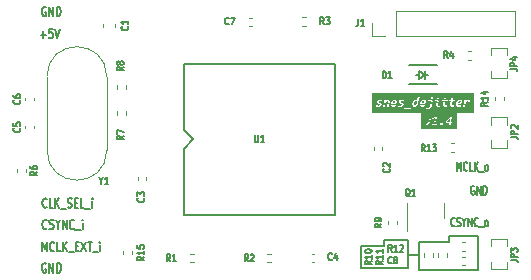
<source format=gto>
G04 #@! TF.GenerationSoftware,KiCad,Pcbnew,(7.0.0-rc1-70-g9298defd3f)*
G04 #@! TF.CreationDate,2023-01-17T15:38:25-05:00*
G04 #@! TF.ProjectId,snes_dejitter,736e6573-5f64-4656-9a69-747465722e6b,rev?*
G04 #@! TF.SameCoordinates,Original*
G04 #@! TF.FileFunction,Legend,Top*
G04 #@! TF.FilePolarity,Positive*
%FSLAX46Y46*%
G04 Gerber Fmt 4.6, Leading zero omitted, Abs format (unit mm)*
G04 Created by KiCad (PCBNEW (7.0.0-rc1-70-g9298defd3f)) date 2023-01-17 15:38:25*
%MOMM*%
%LPD*%
G01*
G04 APERTURE LIST*
%ADD10C,0.150000*%
%ADD11C,0.127000*%
%ADD12C,0.120000*%
%ADD13C,0.200000*%
%ADD14C,0.119380*%
G04 APERTURE END LIST*
D10*
G36*
X50570719Y-23241892D02*
G01*
X50369463Y-23241892D01*
X50635003Y-22919296D01*
X50570719Y-23241892D01*
G37*
G36*
X51146236Y-23856293D02*
G01*
X48098118Y-23856293D01*
X48098118Y-22941766D01*
X48437404Y-22941766D01*
X48547802Y-23504502D01*
X48680279Y-23504502D01*
X49011863Y-23504502D01*
X49490384Y-23504502D01*
X49506970Y-23416769D01*
X49763154Y-23416769D01*
X49763273Y-23421587D01*
X49764055Y-23429930D01*
X49765565Y-23438161D01*
X49767805Y-23446279D01*
X49770774Y-23454285D01*
X49772817Y-23458761D01*
X49776817Y-23466270D01*
X49781360Y-23473368D01*
X49786445Y-23480055D01*
X49792072Y-23486330D01*
X49795519Y-23489713D01*
X49801919Y-23495221D01*
X49808786Y-23500206D01*
X49816120Y-23504667D01*
X49823922Y-23508605D01*
X49830933Y-23511460D01*
X49839425Y-23514045D01*
X49848254Y-23515825D01*
X49856090Y-23516711D01*
X49864173Y-23517007D01*
X49867068Y-23516974D01*
X49875616Y-23516482D01*
X49883957Y-23515399D01*
X49892093Y-23513725D01*
X49900022Y-23511460D01*
X49907746Y-23508605D01*
X49910266Y-23507529D01*
X49917589Y-23503989D01*
X49924554Y-23499981D01*
X49931163Y-23495507D01*
X49937414Y-23490566D01*
X49943308Y-23485157D01*
X49945212Y-23483233D01*
X49950623Y-23477232D01*
X49955580Y-23470887D01*
X49960084Y-23464198D01*
X49964135Y-23457166D01*
X49967732Y-23449791D01*
X49968844Y-23447261D01*
X49971750Y-23439496D01*
X49974010Y-23431471D01*
X49975624Y-23423184D01*
X49976593Y-23414636D01*
X49976915Y-23405827D01*
X49976793Y-23400823D01*
X49975992Y-23392199D01*
X49974442Y-23383742D01*
X49972145Y-23375454D01*
X49969100Y-23367335D01*
X49967100Y-23362813D01*
X49963145Y-23355238D01*
X49962638Y-23354439D01*
X50209630Y-23354439D01*
X50543754Y-23354439D01*
X50514640Y-23504502D01*
X50644773Y-23504502D01*
X50674473Y-23354439D01*
X50783308Y-23354439D01*
X50806950Y-23241892D01*
X50698116Y-23241892D01*
X50788779Y-22791703D01*
X50597683Y-22791703D01*
X50232100Y-23241892D01*
X50209630Y-23354439D01*
X49962638Y-23354439D01*
X49958610Y-23348094D01*
X49953496Y-23341379D01*
X49947802Y-23335095D01*
X49944300Y-23331712D01*
X49937775Y-23326203D01*
X49930745Y-23321219D01*
X49923210Y-23316757D01*
X49915171Y-23312820D01*
X49913983Y-23312303D01*
X49905462Y-23309144D01*
X49897876Y-23307076D01*
X49890029Y-23305599D01*
X49881921Y-23304713D01*
X49873552Y-23304418D01*
X49870823Y-23304451D01*
X49862720Y-23304943D01*
X49854740Y-23306026D01*
X49846884Y-23307700D01*
X49839151Y-23309964D01*
X49831542Y-23312820D01*
X49829046Y-23313897D01*
X49821797Y-23317448D01*
X49814905Y-23321480D01*
X49808370Y-23325994D01*
X49802192Y-23330988D01*
X49796371Y-23336462D01*
X49794513Y-23338364D01*
X49789215Y-23344327D01*
X49784328Y-23350674D01*
X49779854Y-23357406D01*
X49775792Y-23364523D01*
X49772142Y-23372024D01*
X49771054Y-23374580D01*
X49768210Y-23382441D01*
X49765998Y-23390590D01*
X49764418Y-23399028D01*
X49763470Y-23407755D01*
X49763154Y-23416769D01*
X49506970Y-23416769D01*
X49514026Y-23379449D01*
X49356343Y-23379449D01*
X49476706Y-22791703D01*
X49357516Y-22791703D01*
X49105262Y-22909721D01*
X49133203Y-23016797D01*
X49311403Y-22929261D01*
X49218981Y-23379449D01*
X49035506Y-23379449D01*
X49011863Y-23504502D01*
X48680279Y-23504502D01*
X48687788Y-23498219D01*
X48695221Y-23491828D01*
X48702577Y-23485329D01*
X48709857Y-23478722D01*
X48717060Y-23472006D01*
X48724188Y-23465181D01*
X48731239Y-23458249D01*
X48738213Y-23451208D01*
X48745112Y-23444058D01*
X48751934Y-23436800D01*
X48758679Y-23429434D01*
X48765349Y-23421960D01*
X48771942Y-23414377D01*
X48778459Y-23406685D01*
X48784899Y-23398886D01*
X48791263Y-23390977D01*
X48797540Y-23382979D01*
X48803719Y-23374909D01*
X48809801Y-23366768D01*
X48815785Y-23358554D01*
X48821671Y-23350269D01*
X48827460Y-23341912D01*
X48833151Y-23333483D01*
X48838744Y-23324983D01*
X48844239Y-23316411D01*
X48849637Y-23307767D01*
X48854937Y-23299051D01*
X48860139Y-23290264D01*
X48865244Y-23281405D01*
X48870251Y-23272474D01*
X48875160Y-23263471D01*
X48879972Y-23254397D01*
X48884706Y-23245262D01*
X48889333Y-23236079D01*
X48893853Y-23226846D01*
X48898266Y-23217565D01*
X48902572Y-23208235D01*
X48906772Y-23198856D01*
X48910864Y-23189428D01*
X48914850Y-23179952D01*
X48918729Y-23170426D01*
X48922501Y-23160852D01*
X48926166Y-23151229D01*
X48929724Y-23141557D01*
X48933176Y-23131836D01*
X48936520Y-23122066D01*
X48939758Y-23112247D01*
X48942889Y-23102380D01*
X48945928Y-23092479D01*
X48948842Y-23082560D01*
X48951631Y-23072622D01*
X48954295Y-23062666D01*
X48956834Y-23052692D01*
X48959247Y-23042699D01*
X48961535Y-23032688D01*
X48963698Y-23022659D01*
X48965736Y-23012612D01*
X48967649Y-23002546D01*
X48969437Y-22992462D01*
X48971099Y-22982359D01*
X48972636Y-22972238D01*
X48974048Y-22962099D01*
X48975335Y-22951942D01*
X48976497Y-22941766D01*
X48833664Y-22941766D01*
X48833016Y-22950100D01*
X48832293Y-22958396D01*
X48831495Y-22966654D01*
X48830623Y-22974873D01*
X48829675Y-22983054D01*
X48828653Y-22991198D01*
X48827557Y-22999303D01*
X48826385Y-23007370D01*
X48825139Y-23015398D01*
X48823817Y-23023389D01*
X48822421Y-23031341D01*
X48820951Y-23039256D01*
X48819405Y-23047132D01*
X48817785Y-23054969D01*
X48816089Y-23062769D01*
X48814319Y-23070531D01*
X48813420Y-23074384D01*
X48811569Y-23082051D01*
X48809652Y-23089669D01*
X48806650Y-23101000D01*
X48803497Y-23112218D01*
X48800193Y-23123323D01*
X48796738Y-23134315D01*
X48793131Y-23145193D01*
X48789374Y-23155958D01*
X48785465Y-23166609D01*
X48781405Y-23177147D01*
X48777195Y-23187572D01*
X48774329Y-23194454D01*
X48769911Y-23204661D01*
X48765349Y-23214732D01*
X48760642Y-23224665D01*
X48755791Y-23234461D01*
X48750796Y-23244119D01*
X48745657Y-23253640D01*
X48740373Y-23263023D01*
X48734945Y-23272269D01*
X48729373Y-23281378D01*
X48723657Y-23290349D01*
X48719791Y-23296246D01*
X48713879Y-23304949D01*
X48707830Y-23313479D01*
X48701643Y-23321838D01*
X48695318Y-23330025D01*
X48688857Y-23338040D01*
X48682257Y-23345884D01*
X48675521Y-23353556D01*
X48668647Y-23361056D01*
X48661636Y-23368385D01*
X48654487Y-23375541D01*
X48576915Y-22941766D01*
X48437404Y-22941766D01*
X48098118Y-22941766D01*
X48098118Y-22452417D01*
X51146236Y-22452417D01*
X51146236Y-23856293D01*
G37*
X48000000Y-34500000D02*
X47000000Y-34500000D01*
X43100000Y-35600000D02*
X43100000Y-33750000D01*
X47000000Y-35600000D02*
X43100000Y-35600000D01*
X47000000Y-33250000D02*
X47000000Y-35600000D01*
X45000000Y-33250000D02*
X47000000Y-33250000D01*
X45000000Y-33500000D02*
X45000000Y-33250000D01*
X45000000Y-33750000D02*
X45000000Y-33500000D01*
X43100000Y-33750000D02*
X45000000Y-33750000D01*
X50500000Y-32900000D02*
X53000000Y-32900000D01*
X50500000Y-33400000D02*
X50500000Y-32900000D01*
X48000000Y-33400000D02*
X50500000Y-33400000D01*
X48000000Y-34500000D02*
X48000000Y-33400000D01*
X53000000Y-35750000D02*
X53000000Y-32900000D01*
X48000000Y-35750000D02*
X53000000Y-35750000D01*
X48000000Y-35500000D02*
X48000000Y-35750000D01*
X48000000Y-34500000D02*
X48000000Y-35500000D01*
G36*
X51430190Y-21456817D02*
G01*
X51439172Y-21457206D01*
X51447690Y-21458114D01*
X51455744Y-21459542D01*
X51463334Y-21461488D01*
X51472168Y-21464651D01*
X51480278Y-21468624D01*
X51487662Y-21473409D01*
X51490407Y-21475507D01*
X51496494Y-21481160D01*
X51501474Y-21487395D01*
X51505348Y-21494212D01*
X51508115Y-21501611D01*
X51509775Y-21509592D01*
X51510328Y-21518154D01*
X51510166Y-21522771D01*
X51509057Y-21530961D01*
X51506896Y-21538997D01*
X51503685Y-21546877D01*
X51502326Y-21549449D01*
X51497594Y-21556023D01*
X51491249Y-21562181D01*
X51484376Y-21567228D01*
X51477502Y-21571302D01*
X51473736Y-21573209D01*
X51465369Y-21576818D01*
X51457547Y-21579615D01*
X51448951Y-21582222D01*
X51439583Y-21584637D01*
X51431532Y-21586433D01*
X51422987Y-21588106D01*
X51413840Y-21589571D01*
X51403985Y-21590841D01*
X51396129Y-21591665D01*
X51387874Y-21592380D01*
X51379221Y-21592984D01*
X51370169Y-21593479D01*
X51360720Y-21593864D01*
X51350871Y-21594138D01*
X51340624Y-21594303D01*
X51329979Y-21594358D01*
X51271752Y-21594358D01*
X51272800Y-21590830D01*
X51275623Y-21582122D01*
X51278731Y-21573576D01*
X51282126Y-21565193D01*
X51285806Y-21556971D01*
X51289773Y-21548912D01*
X51294027Y-21541016D01*
X51295806Y-21537914D01*
X51300434Y-21530382D01*
X51305320Y-21523164D01*
X51310463Y-21516262D01*
X51315864Y-21509674D01*
X51321523Y-21503401D01*
X51327439Y-21497443D01*
X51329904Y-21495128D01*
X51336259Y-21489610D01*
X51342891Y-21484473D01*
X51349799Y-21479718D01*
X51356984Y-21475345D01*
X51364446Y-21471353D01*
X51372184Y-21467743D01*
X51375379Y-21466418D01*
X51383531Y-21463479D01*
X51391922Y-21461075D01*
X51400552Y-21459205D01*
X51409420Y-21457869D01*
X51418527Y-21457068D01*
X51427872Y-21456801D01*
X51430190Y-21456817D01*
G37*
G36*
X48354684Y-21456817D02*
G01*
X48363666Y-21457206D01*
X48372184Y-21458114D01*
X48380238Y-21459542D01*
X48387828Y-21461488D01*
X48396662Y-21464651D01*
X48404772Y-21468624D01*
X48412157Y-21473409D01*
X48414901Y-21475507D01*
X48420988Y-21481160D01*
X48425968Y-21487395D01*
X48429842Y-21494212D01*
X48432609Y-21501611D01*
X48434269Y-21509592D01*
X48434822Y-21518154D01*
X48434660Y-21522771D01*
X48433551Y-21530961D01*
X48431390Y-21538997D01*
X48428179Y-21546877D01*
X48426820Y-21549449D01*
X48422088Y-21556023D01*
X48415743Y-21562181D01*
X48408870Y-21567228D01*
X48401996Y-21571302D01*
X48398230Y-21573209D01*
X48389863Y-21576818D01*
X48382041Y-21579615D01*
X48373445Y-21582222D01*
X48364077Y-21584637D01*
X48356026Y-21586433D01*
X48347481Y-21588106D01*
X48338334Y-21589571D01*
X48328479Y-21590841D01*
X48320623Y-21591665D01*
X48312368Y-21592380D01*
X48303715Y-21592984D01*
X48294664Y-21593479D01*
X48285214Y-21593864D01*
X48275365Y-21594138D01*
X48265119Y-21594303D01*
X48254473Y-21594358D01*
X48196246Y-21594358D01*
X48197295Y-21590830D01*
X48200117Y-21582122D01*
X48203225Y-21573576D01*
X48206620Y-21565193D01*
X48210300Y-21556971D01*
X48214268Y-21548912D01*
X48218521Y-21541016D01*
X48220300Y-21537914D01*
X48224928Y-21530382D01*
X48229814Y-21523164D01*
X48234957Y-21516262D01*
X48240358Y-21509674D01*
X48246017Y-21503401D01*
X48251933Y-21497443D01*
X48254398Y-21495128D01*
X48260753Y-21489610D01*
X48267385Y-21484473D01*
X48274293Y-21479718D01*
X48281478Y-21475345D01*
X48288940Y-21471353D01*
X48296679Y-21467743D01*
X48299873Y-21466418D01*
X48308025Y-21463479D01*
X48316416Y-21461075D01*
X48325046Y-21459205D01*
X48333914Y-21457869D01*
X48343021Y-21457068D01*
X48352366Y-21456801D01*
X48354684Y-21456817D01*
G37*
G36*
X47743623Y-21456805D02*
G01*
X47752306Y-21457006D01*
X47760714Y-21457510D01*
X47768848Y-21458316D01*
X47776706Y-21459424D01*
X47785527Y-21461099D01*
X47793873Y-21462989D01*
X47802494Y-21465172D01*
X47810139Y-21467380D01*
X47817572Y-21469892D01*
X47791780Y-21605300D01*
X47791316Y-21607708D01*
X47789220Y-21617372D01*
X47786739Y-21627091D01*
X47783874Y-21636866D01*
X47780624Y-21646695D01*
X47777934Y-21654103D01*
X47775028Y-21661542D01*
X47771905Y-21669012D01*
X47768566Y-21676513D01*
X47765011Y-21684044D01*
X47762544Y-21689047D01*
X47758752Y-21696441D01*
X47754850Y-21703706D01*
X47750838Y-21710840D01*
X47746717Y-21717843D01*
X47742485Y-21724716D01*
X47738144Y-21731458D01*
X47733693Y-21738070D01*
X47729131Y-21744551D01*
X47724460Y-21750901D01*
X47719679Y-21757122D01*
X47713188Y-21765145D01*
X47706612Y-21772802D01*
X47699950Y-21780093D01*
X47693203Y-21787017D01*
X47686371Y-21793575D01*
X47679452Y-21799766D01*
X47672449Y-21805592D01*
X47665360Y-21811050D01*
X47660038Y-21814787D01*
X47653028Y-21819197D01*
X47644404Y-21823791D01*
X47635931Y-21827364D01*
X47627612Y-21829916D01*
X47619445Y-21831447D01*
X47611431Y-21831958D01*
X47607656Y-21831865D01*
X47598748Y-21830817D01*
X47590594Y-21828605D01*
X47583193Y-21825230D01*
X47576546Y-21820690D01*
X47570653Y-21814987D01*
X47565513Y-21808120D01*
X47564587Y-21806609D01*
X47560400Y-21798425D01*
X47557579Y-21791122D01*
X47555228Y-21783147D01*
X47553348Y-21774501D01*
X47551937Y-21765183D01*
X47550997Y-21755194D01*
X47550600Y-21747261D01*
X47550468Y-21738950D01*
X47550471Y-21737490D01*
X47550627Y-21728441D01*
X47550935Y-21720522D01*
X47551405Y-21712260D01*
X47552038Y-21703654D01*
X47552833Y-21694705D01*
X47553789Y-21685412D01*
X47554002Y-21683518D01*
X47555207Y-21674027D01*
X47556650Y-21664498D01*
X47558332Y-21654930D01*
X47559850Y-21647249D01*
X47561520Y-21639543D01*
X47563342Y-21631813D01*
X47565318Y-21624058D01*
X47567461Y-21616264D01*
X47569787Y-21608512D01*
X47572297Y-21600803D01*
X47574990Y-21593137D01*
X47577866Y-21585514D01*
X47580925Y-21577933D01*
X47584167Y-21570395D01*
X47587593Y-21562900D01*
X47591223Y-21555481D01*
X47595079Y-21548270D01*
X47599161Y-21541266D01*
X47603468Y-21534470D01*
X47608002Y-21527881D01*
X47612762Y-21521501D01*
X47617748Y-21515327D01*
X47622959Y-21509362D01*
X47628455Y-21503594D01*
X47634194Y-21498114D01*
X47640178Y-21492921D01*
X47646406Y-21488015D01*
X47652879Y-21483396D01*
X47659595Y-21479063D01*
X47666556Y-21475018D01*
X47673762Y-21471260D01*
X47681284Y-21467871D01*
X47689100Y-21464934D01*
X47697209Y-21462449D01*
X47705611Y-21460415D01*
X47714306Y-21458834D01*
X47723294Y-21457704D01*
X47732575Y-21457027D01*
X47742150Y-21456801D01*
X47743623Y-21456805D01*
G37*
G36*
X45894279Y-21456817D02*
G01*
X45903261Y-21457206D01*
X45911779Y-21458114D01*
X45919833Y-21459542D01*
X45927423Y-21461488D01*
X45936258Y-21464651D01*
X45944367Y-21468624D01*
X45951752Y-21473409D01*
X45954496Y-21475507D01*
X45960583Y-21481160D01*
X45965564Y-21487395D01*
X45969437Y-21494212D01*
X45972204Y-21501611D01*
X45973864Y-21509592D01*
X45974418Y-21518154D01*
X45974255Y-21522771D01*
X45973146Y-21530961D01*
X45970986Y-21538997D01*
X45967774Y-21546877D01*
X45966415Y-21549449D01*
X45961683Y-21556023D01*
X45955339Y-21562181D01*
X45948465Y-21567228D01*
X45941591Y-21571302D01*
X45937825Y-21573209D01*
X45929458Y-21576818D01*
X45921636Y-21579615D01*
X45913041Y-21582222D01*
X45903673Y-21584637D01*
X45895622Y-21586433D01*
X45887076Y-21588106D01*
X45877929Y-21589571D01*
X45868074Y-21590841D01*
X45860218Y-21591665D01*
X45851963Y-21592380D01*
X45843310Y-21592984D01*
X45834259Y-21593479D01*
X45824809Y-21593864D01*
X45814961Y-21594138D01*
X45804714Y-21594303D01*
X45794069Y-21594358D01*
X45735841Y-21594358D01*
X45736890Y-21590830D01*
X45739712Y-21582122D01*
X45742820Y-21573576D01*
X45746215Y-21565193D01*
X45749896Y-21556971D01*
X45753863Y-21548912D01*
X45758116Y-21541016D01*
X45759895Y-21537914D01*
X45764523Y-21530382D01*
X45769409Y-21523164D01*
X45774553Y-21516262D01*
X45779954Y-21509674D01*
X45785612Y-21503401D01*
X45791528Y-21497443D01*
X45793993Y-21495128D01*
X45800348Y-21489610D01*
X45806980Y-21484473D01*
X45813888Y-21479718D01*
X45821073Y-21475345D01*
X45828535Y-21471353D01*
X45836274Y-21467743D01*
X45839468Y-21466418D01*
X45847621Y-21463479D01*
X45856012Y-21461075D01*
X45864641Y-21459205D01*
X45873509Y-21457869D01*
X45882616Y-21457068D01*
X45891961Y-21456801D01*
X45894279Y-21456817D01*
G37*
G36*
X52615203Y-22496380D02*
G01*
X44005348Y-22496380D01*
X44005348Y-22157094D01*
X46661033Y-22157094D01*
X47278674Y-22157094D01*
X47294795Y-22082062D01*
X48551473Y-22082062D01*
X48560267Y-22091148D01*
X48569455Y-22099648D01*
X48579037Y-22107561D01*
X48589013Y-22114889D01*
X48599382Y-22121630D01*
X48610146Y-22127785D01*
X48621303Y-22133353D01*
X48632854Y-22138336D01*
X48644799Y-22142732D01*
X48657138Y-22146542D01*
X48669871Y-22149766D01*
X48682997Y-22152404D01*
X48696518Y-22154456D01*
X48710432Y-22155921D01*
X48724740Y-22156801D01*
X48739442Y-22157094D01*
X48746423Y-22157043D01*
X48756790Y-22156779D01*
X48767029Y-22156288D01*
X48777141Y-22155570D01*
X48787127Y-22154625D01*
X48796985Y-22153454D01*
X48806716Y-22152056D01*
X48816319Y-22150432D01*
X48825796Y-22148580D01*
X48835146Y-22146502D01*
X48844369Y-22144198D01*
X48850435Y-22142521D01*
X48859386Y-22139762D01*
X48868158Y-22136712D01*
X48876751Y-22133369D01*
X48885166Y-22129735D01*
X48893403Y-22125808D01*
X48901460Y-22121590D01*
X48909340Y-22117080D01*
X48917040Y-22112277D01*
X48924562Y-22107183D01*
X48931905Y-22101797D01*
X48936722Y-22098066D01*
X48943784Y-22092213D01*
X48950651Y-22086056D01*
X48957322Y-22079592D01*
X48963797Y-22072823D01*
X48970076Y-22065748D01*
X48976159Y-22058368D01*
X48982047Y-22050681D01*
X48987738Y-22042690D01*
X48993234Y-22034392D01*
X48998535Y-22025789D01*
X49001947Y-22019894D01*
X49006852Y-22010746D01*
X49011504Y-22001230D01*
X49015902Y-21991347D01*
X49020045Y-21981096D01*
X49023934Y-21970478D01*
X49027569Y-21959492D01*
X49029851Y-21951964D01*
X49032020Y-21944273D01*
X49034077Y-21936418D01*
X49036020Y-21928400D01*
X49037850Y-21920219D01*
X49039568Y-21911874D01*
X49109323Y-21560360D01*
X49110610Y-21553832D01*
X49112840Y-21541107D01*
X49114614Y-21528822D01*
X49115931Y-21516976D01*
X49116792Y-21505570D01*
X49117197Y-21494603D01*
X49117196Y-21494316D01*
X49312729Y-21494316D01*
X49315200Y-21493249D01*
X49322517Y-21490128D01*
X49332048Y-21486159D01*
X49341323Y-21482409D01*
X49350342Y-21478880D01*
X49359104Y-21475571D01*
X49367610Y-21472481D01*
X49375859Y-21469611D01*
X49383852Y-21466961D01*
X49389732Y-21465145D01*
X49397402Y-21463002D01*
X49406713Y-21460770D01*
X49415720Y-21459033D01*
X49424421Y-21457793D01*
X49432817Y-21457049D01*
X49440907Y-21456801D01*
X49448131Y-21457179D01*
X49456319Y-21458717D01*
X49464910Y-21462124D01*
X49472155Y-21467235D01*
X49478053Y-21474050D01*
X49481940Y-21481030D01*
X49483840Y-21485787D01*
X49486166Y-21494829D01*
X49487271Y-21503066D01*
X49487704Y-21512195D01*
X49487466Y-21522215D01*
X49486847Y-21530315D01*
X49485850Y-21538917D01*
X49484475Y-21548020D01*
X49482722Y-21557624D01*
X49446965Y-21739145D01*
X49445678Y-21745805D01*
X49443446Y-21758782D01*
X49441670Y-21771302D01*
X49440348Y-21783366D01*
X49439480Y-21794974D01*
X49439068Y-21806125D01*
X49439111Y-21816820D01*
X49439609Y-21827058D01*
X49440561Y-21836840D01*
X49441969Y-21846166D01*
X49443831Y-21855035D01*
X49446148Y-21863448D01*
X49448920Y-21871404D01*
X49452148Y-21878904D01*
X49455829Y-21885947D01*
X49462205Y-21895656D01*
X49467044Y-21901571D01*
X49475139Y-21909729D01*
X49484236Y-21917027D01*
X49490858Y-21921416D01*
X49497926Y-21925423D01*
X49505439Y-21929049D01*
X49513399Y-21932293D01*
X49521804Y-21935155D01*
X49530654Y-21937635D01*
X49539951Y-21939734D01*
X49549693Y-21941452D01*
X49559881Y-21942787D01*
X49570515Y-21943741D01*
X49581594Y-21944314D01*
X49593120Y-21944505D01*
X49598390Y-21944464D01*
X49606275Y-21944247D01*
X49614137Y-21943845D01*
X49621974Y-21943258D01*
X49629787Y-21942485D01*
X49637577Y-21941527D01*
X49645342Y-21940383D01*
X49653083Y-21939054D01*
X49660800Y-21937539D01*
X49668493Y-21935839D01*
X49676162Y-21933953D01*
X49678722Y-21933288D01*
X49686338Y-21931224D01*
X49696349Y-21928311D01*
X49706195Y-21925216D01*
X49715876Y-21921937D01*
X49725392Y-21918475D01*
X49734744Y-21914829D01*
X49743930Y-21911001D01*
X49752952Y-21906989D01*
X49752952Y-21806947D01*
X49750457Y-21808015D01*
X49743072Y-21811136D01*
X49733461Y-21815105D01*
X49724119Y-21818854D01*
X49715046Y-21822383D01*
X49706241Y-21825693D01*
X49697704Y-21828782D01*
X49689437Y-21831652D01*
X49681438Y-21834302D01*
X49675624Y-21836118D01*
X49668022Y-21838261D01*
X49658760Y-21840494D01*
X49649765Y-21842230D01*
X49641037Y-21843471D01*
X49632576Y-21844215D01*
X49624383Y-21844463D01*
X49617028Y-21844087D01*
X49608719Y-21842562D01*
X49600045Y-21839182D01*
X49592787Y-21834113D01*
X49586943Y-21827353D01*
X49583154Y-21820429D01*
X49581391Y-21815637D01*
X49579247Y-21806544D01*
X49578245Y-21798273D01*
X49577879Y-21789117D01*
X49578147Y-21779076D01*
X49578766Y-21770964D01*
X49579741Y-21762354D01*
X49581074Y-21753246D01*
X49582764Y-21743639D01*
X49618912Y-21562118D01*
X49620162Y-21555494D01*
X49622323Y-21542585D01*
X49624033Y-21530125D01*
X49625291Y-21518116D01*
X49626097Y-21506557D01*
X49626451Y-21495449D01*
X49626353Y-21484791D01*
X49625804Y-21474583D01*
X49625262Y-21469306D01*
X49905360Y-21469306D01*
X50054836Y-21469306D01*
X50005401Y-21722537D01*
X50003957Y-21729873D01*
X50002050Y-21740633D01*
X50000456Y-21751101D01*
X49999174Y-21761277D01*
X49998205Y-21771162D01*
X49997548Y-21780754D01*
X49997204Y-21790055D01*
X49997173Y-21799063D01*
X49997454Y-21807780D01*
X49998047Y-21816205D01*
X49998953Y-21824337D01*
X49999337Y-21826984D01*
X50000688Y-21834736D01*
X50002959Y-21844634D01*
X50005768Y-21854031D01*
X50009114Y-21862928D01*
X50012997Y-21871323D01*
X50017418Y-21879219D01*
X50022376Y-21886613D01*
X50027872Y-21893507D01*
X50033889Y-21899924D01*
X50040414Y-21905890D01*
X50047445Y-21911404D01*
X50054983Y-21916466D01*
X50063028Y-21921076D01*
X50071579Y-21925234D01*
X50080637Y-21928940D01*
X50090203Y-21932195D01*
X50095197Y-21933686D01*
X50102914Y-21935741D01*
X50110902Y-21937580D01*
X50119162Y-21939203D01*
X50127693Y-21940610D01*
X50136496Y-21941800D01*
X50145569Y-21942774D01*
X50154915Y-21943531D01*
X50164531Y-21944072D01*
X50174419Y-21944397D01*
X50184578Y-21944505D01*
X50192904Y-21944450D01*
X50201370Y-21944285D01*
X50209976Y-21944010D01*
X50218723Y-21943625D01*
X50227611Y-21943131D01*
X50236638Y-21942526D01*
X50245807Y-21941812D01*
X50255115Y-21940988D01*
X50264546Y-21940121D01*
X50273983Y-21939180D01*
X50283426Y-21938167D01*
X50292875Y-21937080D01*
X50302331Y-21935920D01*
X50311792Y-21934686D01*
X50321259Y-21933379D01*
X50330733Y-21932000D01*
X50330733Y-21819452D01*
X50327231Y-21820036D01*
X50318396Y-21821467D01*
X50309447Y-21822860D01*
X50300383Y-21824214D01*
X50291205Y-21825531D01*
X50281913Y-21826809D01*
X50272505Y-21828050D01*
X50268718Y-21828523D01*
X50259237Y-21829572D01*
X50249736Y-21830431D01*
X50240216Y-21831099D01*
X50230677Y-21831576D01*
X50221119Y-21831862D01*
X50211542Y-21831958D01*
X50202214Y-21831703D01*
X50193572Y-21830941D01*
X50185618Y-21829670D01*
X50177205Y-21827545D01*
X50169728Y-21824728D01*
X50164001Y-21821818D01*
X50157242Y-21817318D01*
X50150835Y-21811408D01*
X50145695Y-21804602D01*
X50144747Y-21802936D01*
X50141535Y-21795676D01*
X50139251Y-21787463D01*
X50138014Y-21779496D01*
X50137488Y-21770799D01*
X50137528Y-21765533D01*
X50137919Y-21757301D01*
X50138709Y-21748671D01*
X50139898Y-21739642D01*
X50141192Y-21731814D01*
X50142764Y-21723709D01*
X50192198Y-21469306D01*
X50409281Y-21469306D01*
X50520461Y-21469306D01*
X50669937Y-21469306D01*
X50620503Y-21722537D01*
X50619058Y-21729873D01*
X50617151Y-21740633D01*
X50615557Y-21751101D01*
X50614275Y-21761277D01*
X50613306Y-21771162D01*
X50612649Y-21780754D01*
X50612305Y-21790055D01*
X50612274Y-21799063D01*
X50612555Y-21807780D01*
X50613148Y-21816205D01*
X50614055Y-21824337D01*
X50614438Y-21826984D01*
X50615789Y-21834736D01*
X50618060Y-21844634D01*
X50620869Y-21854031D01*
X50624215Y-21862928D01*
X50628099Y-21871323D01*
X50632519Y-21879219D01*
X50637478Y-21886613D01*
X50642973Y-21893507D01*
X50648991Y-21899924D01*
X50655515Y-21905890D01*
X50662546Y-21911404D01*
X50670084Y-21916466D01*
X50678129Y-21921076D01*
X50686680Y-21925234D01*
X50695739Y-21928940D01*
X50705304Y-21932195D01*
X50710298Y-21933686D01*
X50718015Y-21935741D01*
X50726003Y-21937580D01*
X50734263Y-21939203D01*
X50742794Y-21940610D01*
X50751597Y-21941800D01*
X50760671Y-21942774D01*
X50770016Y-21943531D01*
X50779632Y-21944072D01*
X50789520Y-21944397D01*
X50799679Y-21944505D01*
X50808005Y-21944450D01*
X50816471Y-21944285D01*
X50825077Y-21944010D01*
X50833824Y-21943625D01*
X50842712Y-21943131D01*
X50851740Y-21942526D01*
X50860908Y-21941812D01*
X50870217Y-21940988D01*
X50879647Y-21940121D01*
X50889084Y-21939180D01*
X50898527Y-21938167D01*
X50907976Y-21937080D01*
X50917432Y-21935920D01*
X50926893Y-21934686D01*
X50936361Y-21933379D01*
X50945834Y-21932000D01*
X50945834Y-21819452D01*
X50942332Y-21820036D01*
X50933498Y-21821467D01*
X50924548Y-21822860D01*
X50915485Y-21824214D01*
X50906306Y-21825531D01*
X50897014Y-21826809D01*
X50887607Y-21828050D01*
X50883819Y-21828523D01*
X50874338Y-21829572D01*
X50864837Y-21830431D01*
X50855317Y-21831099D01*
X50845779Y-21831576D01*
X50836221Y-21831862D01*
X50826644Y-21831958D01*
X50817315Y-21831703D01*
X50808673Y-21830941D01*
X50800719Y-21829670D01*
X50792307Y-21827545D01*
X50784829Y-21824728D01*
X50779103Y-21821818D01*
X50772343Y-21817318D01*
X50765936Y-21811408D01*
X50760796Y-21804602D01*
X50759848Y-21802936D01*
X50756636Y-21795676D01*
X50754352Y-21787463D01*
X50753115Y-21779496D01*
X50752589Y-21770799D01*
X50752629Y-21765533D01*
X50753020Y-21757301D01*
X50753810Y-21748671D01*
X50754999Y-21739642D01*
X50755824Y-21734651D01*
X51116413Y-21734651D01*
X51116475Y-21741170D01*
X51116800Y-21750752D01*
X51117403Y-21760101D01*
X51118284Y-21769217D01*
X51119443Y-21778099D01*
X51120880Y-21786748D01*
X51122596Y-21795162D01*
X51124590Y-21803344D01*
X51126862Y-21811292D01*
X51129412Y-21819006D01*
X51132240Y-21826487D01*
X51133255Y-21828928D01*
X51136460Y-21836101D01*
X51141106Y-21845306D01*
X51146180Y-21854101D01*
X51151682Y-21862488D01*
X51157611Y-21870466D01*
X51163967Y-21878034D01*
X51170751Y-21885193D01*
X51177963Y-21891944D01*
X51185592Y-21898242D01*
X51193631Y-21904144D01*
X51202078Y-21909648D01*
X51210935Y-21914756D01*
X51220201Y-21919467D01*
X51227419Y-21922739D01*
X51234867Y-21925789D01*
X51242545Y-21928615D01*
X51250454Y-21931218D01*
X51255846Y-21932827D01*
X51264098Y-21935046D01*
X51272546Y-21937031D01*
X51281189Y-21938783D01*
X51290028Y-21940301D01*
X51299063Y-21941585D01*
X51308294Y-21942636D01*
X51317720Y-21943454D01*
X51327342Y-21944038D01*
X51337160Y-21944388D01*
X51347174Y-21944505D01*
X51353769Y-21944464D01*
X51363665Y-21944247D01*
X51373564Y-21943845D01*
X51383467Y-21943258D01*
X51393373Y-21942485D01*
X51403283Y-21941527D01*
X51413196Y-21940383D01*
X51423112Y-21939054D01*
X51433032Y-21937539D01*
X51442956Y-21935839D01*
X51452882Y-21933953D01*
X51459498Y-21932612D01*
X51462361Y-21932000D01*
X51725848Y-21932000D01*
X51863406Y-21932000D01*
X51903461Y-21722732D01*
X51904722Y-21716545D01*
X51906758Y-21707328D01*
X51908969Y-21698186D01*
X51911356Y-21689119D01*
X51913917Y-21680129D01*
X51916654Y-21671213D01*
X51919566Y-21662374D01*
X51922653Y-21653610D01*
X51925916Y-21644921D01*
X51929353Y-21636308D01*
X51932966Y-21627771D01*
X51935477Y-21622145D01*
X51939318Y-21613857D01*
X51943249Y-21605752D01*
X51947268Y-21597829D01*
X51951377Y-21590088D01*
X51955576Y-21582529D01*
X51959863Y-21575152D01*
X51964240Y-21567956D01*
X51968706Y-21560943D01*
X51973262Y-21554113D01*
X51977907Y-21547464D01*
X51979473Y-21545279D01*
X51984202Y-21538885D01*
X51990583Y-21530733D01*
X51997049Y-21523009D01*
X52003601Y-21515712D01*
X52010238Y-21508843D01*
X52016961Y-21502401D01*
X52023769Y-21496386D01*
X52030663Y-21490799D01*
X52035854Y-21486958D01*
X52042737Y-21482424D01*
X52051280Y-21477702D01*
X52059757Y-21474029D01*
X52068167Y-21471405D01*
X52076511Y-21469831D01*
X52084787Y-21469306D01*
X52091396Y-21469505D01*
X52099566Y-21470390D01*
X52107881Y-21472233D01*
X52115269Y-21474972D01*
X52116783Y-21475685D01*
X52123622Y-21480120D01*
X52129240Y-21486004D01*
X52133636Y-21493339D01*
X52134367Y-21494986D01*
X52137015Y-21503244D01*
X52138487Y-21511753D01*
X52139093Y-21520100D01*
X52139107Y-21527924D01*
X52139029Y-21530676D01*
X52138448Y-21539428D01*
X52137564Y-21547288D01*
X52136318Y-21555662D01*
X52134709Y-21564553D01*
X52132738Y-21573958D01*
X52130900Y-21581853D01*
X52266113Y-21581853D01*
X52267637Y-21575159D01*
X52269681Y-21565296D01*
X52271438Y-21555646D01*
X52272906Y-21546208D01*
X52274085Y-21536984D01*
X52274975Y-21527973D01*
X52275578Y-21519174D01*
X52275891Y-21510589D01*
X52275917Y-21502216D01*
X52275653Y-21494056D01*
X52275101Y-21486110D01*
X52273984Y-21475864D01*
X52272390Y-21466033D01*
X52270320Y-21456617D01*
X52267774Y-21447617D01*
X52264752Y-21439032D01*
X52261253Y-21430862D01*
X52257278Y-21423107D01*
X52252826Y-21415768D01*
X52247948Y-21408801D01*
X52242593Y-21402261D01*
X52236761Y-21396149D01*
X52230454Y-21390464D01*
X52223670Y-21385207D01*
X52216410Y-21380377D01*
X52208673Y-21375975D01*
X52200461Y-21372000D01*
X52198334Y-21371062D01*
X52189554Y-21367609D01*
X52180334Y-21364632D01*
X52170674Y-21362132D01*
X52160574Y-21360108D01*
X52152711Y-21358902D01*
X52144601Y-21357964D01*
X52136243Y-21357295D01*
X52127638Y-21356893D01*
X52118786Y-21356759D01*
X52109691Y-21356924D01*
X52100773Y-21357418D01*
X52092032Y-21358243D01*
X52083468Y-21359397D01*
X52075082Y-21360880D01*
X52066872Y-21362694D01*
X52058840Y-21364837D01*
X52050984Y-21367310D01*
X52043315Y-21370049D01*
X52035841Y-21372989D01*
X52028563Y-21376130D01*
X52019739Y-21380341D01*
X52011221Y-21384866D01*
X52003009Y-21389706D01*
X51995101Y-21394861D01*
X51992046Y-21397003D01*
X51984601Y-21402513D01*
X51977433Y-21408242D01*
X51970542Y-21414191D01*
X51963928Y-21420359D01*
X51957590Y-21426746D01*
X51951528Y-21433353D01*
X51949186Y-21436017D01*
X51943564Y-21442690D01*
X51938275Y-21449382D01*
X51933321Y-21456093D01*
X51928700Y-21462823D01*
X51924414Y-21469572D01*
X51920461Y-21476340D01*
X51925932Y-21369264D01*
X51817097Y-21369264D01*
X51816346Y-21376571D01*
X51815242Y-21387270D01*
X51814166Y-21397657D01*
X51813118Y-21407732D01*
X51812096Y-21417494D01*
X51811103Y-21426943D01*
X51810136Y-21436080D01*
X51809197Y-21444904D01*
X51808286Y-21453416D01*
X51807402Y-21461615D01*
X51806546Y-21469501D01*
X51805747Y-21477088D01*
X51804703Y-21486873D01*
X51803683Y-21496280D01*
X51802688Y-21505308D01*
X51801717Y-21513957D01*
X51800770Y-21522228D01*
X51799848Y-21530120D01*
X51798730Y-21539452D01*
X51797854Y-21546545D01*
X51796767Y-21555023D01*
X51795690Y-21563073D01*
X51794410Y-21572166D01*
X51793144Y-21580640D01*
X51791891Y-21588496D01*
X51791061Y-21593439D01*
X51789608Y-21601898D01*
X51788154Y-21610114D01*
X51786701Y-21618087D01*
X51785248Y-21625817D01*
X51725848Y-21932000D01*
X51462361Y-21932000D01*
X51469319Y-21930513D01*
X51479016Y-21928311D01*
X51488590Y-21926007D01*
X51498040Y-21923599D01*
X51507366Y-21921088D01*
X51516569Y-21918475D01*
X51525648Y-21915758D01*
X51534603Y-21912938D01*
X51543435Y-21910015D01*
X51552143Y-21906989D01*
X51552143Y-21806947D01*
X51546705Y-21808463D01*
X51538492Y-21810651D01*
X51530210Y-21812736D01*
X51521859Y-21814718D01*
X51513439Y-21816596D01*
X51504951Y-21818372D01*
X51496394Y-21820045D01*
X51487769Y-21821614D01*
X51479074Y-21823081D01*
X51470311Y-21824444D01*
X51461480Y-21825705D01*
X51458530Y-21826090D01*
X51449753Y-21827170D01*
X51441082Y-21828141D01*
X51432518Y-21829002D01*
X51424060Y-21829753D01*
X51415709Y-21830394D01*
X51407464Y-21830926D01*
X51399325Y-21831347D01*
X51391293Y-21831658D01*
X51383368Y-21831860D01*
X51372966Y-21831958D01*
X51365389Y-21831853D01*
X51354462Y-21831304D01*
X51344060Y-21830285D01*
X51334183Y-21828794D01*
X51324833Y-21826834D01*
X51316007Y-21824403D01*
X51307707Y-21821501D01*
X51299933Y-21818129D01*
X51292684Y-21814286D01*
X51285961Y-21809973D01*
X51279763Y-21805189D01*
X51277828Y-21803494D01*
X51270700Y-21796275D01*
X51264556Y-21788354D01*
X51259395Y-21779730D01*
X51255217Y-21770405D01*
X51252728Y-21762950D01*
X51250793Y-21755100D01*
X51249410Y-21746855D01*
X51248581Y-21738215D01*
X51248304Y-21729180D01*
X51248319Y-21725874D01*
X51248490Y-21717770D01*
X51248891Y-21709836D01*
X51249478Y-21702554D01*
X51250454Y-21694400D01*
X51323531Y-21694400D01*
X51334274Y-21694347D01*
X51344814Y-21694189D01*
X51355151Y-21693926D01*
X51365285Y-21693557D01*
X51375215Y-21693083D01*
X51384943Y-21692504D01*
X51394468Y-21691819D01*
X51403789Y-21691030D01*
X51412908Y-21690134D01*
X51421824Y-21689134D01*
X51430536Y-21688028D01*
X51439046Y-21686816D01*
X51447352Y-21685500D01*
X51455456Y-21684078D01*
X51463356Y-21682550D01*
X51471054Y-21680918D01*
X51478561Y-21679190D01*
X51489486Y-21676438D01*
X51500009Y-21673493D01*
X51510130Y-21670356D01*
X51519850Y-21667027D01*
X51529168Y-21663505D01*
X51538083Y-21659791D01*
X51546597Y-21655884D01*
X51554709Y-21651786D01*
X51562420Y-21647495D01*
X51569728Y-21643011D01*
X51574385Y-21639919D01*
X51581063Y-21635135D01*
X51587375Y-21630176D01*
X51595218Y-21623292D01*
X51602408Y-21616096D01*
X51608944Y-21608588D01*
X51614827Y-21600770D01*
X51620057Y-21592639D01*
X51624634Y-21584198D01*
X51625680Y-21582041D01*
X51629531Y-21573255D01*
X51632851Y-21564220D01*
X51635640Y-21554934D01*
X51637898Y-21545398D01*
X51639624Y-21535611D01*
X51640820Y-21525575D01*
X51641484Y-21515287D01*
X51641633Y-21507408D01*
X51641620Y-21505313D01*
X51641304Y-21497048D01*
X51640567Y-21488967D01*
X51639408Y-21481069D01*
X51637828Y-21473354D01*
X51635261Y-21463968D01*
X51632035Y-21454868D01*
X51628151Y-21446054D01*
X51624591Y-21439243D01*
X51619609Y-21431081D01*
X51614035Y-21423310D01*
X51607870Y-21415930D01*
X51601113Y-21408941D01*
X51595282Y-21403632D01*
X51589072Y-21398573D01*
X51582539Y-21393777D01*
X51575639Y-21389255D01*
X51568373Y-21385008D01*
X51560740Y-21381036D01*
X51552741Y-21377339D01*
X51544376Y-21373917D01*
X51535644Y-21370769D01*
X51526546Y-21367896D01*
X51519492Y-21365906D01*
X51509799Y-21363557D01*
X51499776Y-21361555D01*
X51492042Y-21360283D01*
X51484123Y-21359206D01*
X51476018Y-21358325D01*
X51467728Y-21357640D01*
X51459252Y-21357150D01*
X51450591Y-21356857D01*
X51441745Y-21356759D01*
X51432590Y-21356877D01*
X51423543Y-21357232D01*
X51414602Y-21357823D01*
X51405768Y-21358652D01*
X51397041Y-21359716D01*
X51388420Y-21361018D01*
X51379907Y-21362556D01*
X51371501Y-21364330D01*
X51363201Y-21366341D01*
X51355008Y-21368589D01*
X51346922Y-21371074D01*
X51338943Y-21373795D01*
X51331071Y-21376752D01*
X51323305Y-21379947D01*
X51315647Y-21383377D01*
X51308095Y-21387045D01*
X51300688Y-21390891D01*
X51293416Y-21394906D01*
X51286278Y-21399091D01*
X51279274Y-21403446D01*
X51272405Y-21407970D01*
X51265670Y-21412663D01*
X51259069Y-21417526D01*
X51252603Y-21422558D01*
X51246271Y-21427759D01*
X51240073Y-21433130D01*
X51234010Y-21438671D01*
X51228081Y-21444381D01*
X51222286Y-21450260D01*
X51216626Y-21456309D01*
X51211100Y-21462527D01*
X51205709Y-21468915D01*
X51200459Y-21475454D01*
X51195359Y-21482126D01*
X51190408Y-21488930D01*
X51185607Y-21495867D01*
X51180956Y-21502937D01*
X51176454Y-21510140D01*
X51172102Y-21517476D01*
X51167900Y-21524944D01*
X51163847Y-21532546D01*
X51159944Y-21540280D01*
X51156190Y-21548147D01*
X51152586Y-21556146D01*
X51149131Y-21564279D01*
X51145826Y-21572544D01*
X51142671Y-21580942D01*
X51139665Y-21589473D01*
X51138067Y-21594358D01*
X51136850Y-21598078D01*
X51134216Y-21606744D01*
X51131763Y-21615474D01*
X51129493Y-21624266D01*
X51127403Y-21633120D01*
X51125496Y-21642037D01*
X51123770Y-21651017D01*
X51122226Y-21660060D01*
X51120864Y-21669164D01*
X51119683Y-21678332D01*
X51118684Y-21687562D01*
X51117867Y-21696855D01*
X51117231Y-21706210D01*
X51116777Y-21715628D01*
X51116504Y-21725108D01*
X51116413Y-21734651D01*
X50755824Y-21734651D01*
X50756293Y-21731814D01*
X50757865Y-21723709D01*
X50807300Y-21469306D01*
X51024383Y-21469306D01*
X51044704Y-21369264D01*
X50827621Y-21369264D01*
X50863964Y-21194191D01*
X50719372Y-21229166D01*
X50690258Y-21369264D01*
X50540782Y-21369264D01*
X50520461Y-21469306D01*
X50409281Y-21469306D01*
X50429602Y-21369264D01*
X50212519Y-21369264D01*
X50248863Y-21194191D01*
X50104271Y-21229166D01*
X50075157Y-21369264D01*
X49925681Y-21369264D01*
X49905360Y-21469306D01*
X49625262Y-21469306D01*
X49624802Y-21464825D01*
X49623349Y-21455518D01*
X49621444Y-21446661D01*
X49619087Y-21438255D01*
X49616278Y-21430299D01*
X49613018Y-21422793D01*
X49609305Y-21415737D01*
X49602889Y-21405998D01*
X49598076Y-21400036D01*
X49590026Y-21391813D01*
X49580981Y-21384456D01*
X49574397Y-21380032D01*
X49567370Y-21375993D01*
X49559901Y-21372338D01*
X49551989Y-21369069D01*
X49543634Y-21366183D01*
X49534837Y-21363683D01*
X49525597Y-21361567D01*
X49515914Y-21359836D01*
X49505789Y-21358490D01*
X49495221Y-21357528D01*
X49484210Y-21356951D01*
X49472757Y-21356759D01*
X49467392Y-21356799D01*
X49459381Y-21357012D01*
X49451410Y-21357406D01*
X49443480Y-21357982D01*
X49435592Y-21358741D01*
X49427745Y-21359681D01*
X49419939Y-21360804D01*
X49412175Y-21362109D01*
X49404451Y-21363595D01*
X49396769Y-21365264D01*
X49389128Y-21367115D01*
X49386593Y-21367768D01*
X49379044Y-21369804D01*
X49369112Y-21372696D01*
X49359333Y-21375788D01*
X49349707Y-21379083D01*
X49340234Y-21382578D01*
X49330913Y-21386275D01*
X49321744Y-21390174D01*
X49312729Y-21394274D01*
X49312729Y-21494316D01*
X49117196Y-21494316D01*
X49117145Y-21484076D01*
X49116636Y-21473989D01*
X49115672Y-21464342D01*
X49114250Y-21455134D01*
X49112373Y-21446365D01*
X49110039Y-21438037D01*
X49107248Y-21430148D01*
X49104001Y-21422698D01*
X49100298Y-21415688D01*
X49093887Y-21405998D01*
X49086448Y-21397198D01*
X49077907Y-21389264D01*
X49071600Y-21384456D01*
X49064803Y-21380032D01*
X49057516Y-21375993D01*
X49049740Y-21372338D01*
X49041473Y-21369069D01*
X49032716Y-21366183D01*
X49023469Y-21363683D01*
X49013732Y-21361567D01*
X49003505Y-21359836D01*
X48992788Y-21358490D01*
X48981581Y-21357528D01*
X48969884Y-21356951D01*
X48957697Y-21356759D01*
X48950438Y-21356810D01*
X48939621Y-21357078D01*
X48928889Y-21357577D01*
X48918243Y-21358306D01*
X48907683Y-21359265D01*
X48897209Y-21360453D01*
X48886821Y-21361873D01*
X48876519Y-21363522D01*
X48866302Y-21365401D01*
X48856172Y-21367511D01*
X48846127Y-21369850D01*
X48839459Y-21371529D01*
X48829458Y-21374204D01*
X48819456Y-21377068D01*
X48809454Y-21380120D01*
X48799452Y-21383362D01*
X48789451Y-21386793D01*
X48779449Y-21390412D01*
X48769447Y-21394221D01*
X48759445Y-21398218D01*
X48749444Y-21402404D01*
X48739442Y-21406780D01*
X48739442Y-21506822D01*
X48743065Y-21505389D01*
X48751983Y-21501881D01*
X48760700Y-21498478D01*
X48769217Y-21495179D01*
X48777534Y-21491986D01*
X48785650Y-21488898D01*
X48793566Y-21485914D01*
X48799782Y-21483570D01*
X48807449Y-21480776D01*
X48815002Y-21478135D01*
X48823913Y-21475168D01*
X48832660Y-21472420D01*
X48841242Y-21469892D01*
X48844091Y-21469098D01*
X48852526Y-21466863D01*
X48860797Y-21464848D01*
X48868903Y-21463053D01*
X48876844Y-21461478D01*
X48884620Y-21460122D01*
X48889783Y-21459344D01*
X48898744Y-21458231D01*
X48907612Y-21457436D01*
X48916386Y-21456960D01*
X48925067Y-21456801D01*
X48927314Y-21456823D01*
X48935818Y-21457349D01*
X48945358Y-21458995D01*
X48953686Y-21461738D01*
X48960802Y-21465578D01*
X48967743Y-21471635D01*
X48972938Y-21479271D01*
X48973640Y-21480681D01*
X48976588Y-21488249D01*
X48978601Y-21496686D01*
X48979679Y-21505991D01*
X48979868Y-21514060D01*
X48979459Y-21522685D01*
X48978452Y-21531866D01*
X48976846Y-21541602D01*
X48902596Y-21911874D01*
X48900796Y-21920234D01*
X48898813Y-21928314D01*
X48896650Y-21936116D01*
X48894304Y-21943638D01*
X48890445Y-21954397D01*
X48886178Y-21964527D01*
X48881501Y-21974029D01*
X48876416Y-21982903D01*
X48870923Y-21991148D01*
X48865020Y-21998764D01*
X48858709Y-22005752D01*
X48851989Y-22012111D01*
X48847300Y-22016039D01*
X48839904Y-22021455D01*
X48832071Y-22026302D01*
X48823802Y-22030578D01*
X48815097Y-22034284D01*
X48805956Y-22037420D01*
X48796378Y-22039985D01*
X48786364Y-22041981D01*
X48775914Y-22043406D01*
X48765028Y-22044262D01*
X48753706Y-22044547D01*
X48748525Y-22044482D01*
X48739678Y-22044062D01*
X48731112Y-22043248D01*
X48722827Y-22042042D01*
X48714822Y-22040443D01*
X48713714Y-22040184D01*
X48706115Y-22038221D01*
X48697774Y-22035656D01*
X48689800Y-22032750D01*
X48682191Y-22029501D01*
X48676719Y-22026861D01*
X48669721Y-22023106D01*
X48662258Y-22018560D01*
X48655227Y-22013674D01*
X48651550Y-22010837D01*
X48645172Y-22005585D01*
X48639103Y-22000148D01*
X48633343Y-21994526D01*
X48551473Y-22082062D01*
X47294795Y-22082062D01*
X47300168Y-22057052D01*
X46682526Y-22057052D01*
X46661033Y-22157094D01*
X44005348Y-22157094D01*
X44005348Y-21932000D01*
X44344634Y-21932000D01*
X44347123Y-21932363D01*
X44357272Y-21933769D01*
X44365089Y-21934772D01*
X44373081Y-21935729D01*
X44381248Y-21936642D01*
X44389590Y-21937511D01*
X44398108Y-21938335D01*
X44406800Y-21939114D01*
X44415668Y-21939848D01*
X44424711Y-21940538D01*
X44433929Y-21941183D01*
X44443388Y-21941777D01*
X44453081Y-21942312D01*
X44463007Y-21942789D01*
X44473167Y-21943207D01*
X44483560Y-21943567D01*
X44494187Y-21943869D01*
X44505047Y-21944112D01*
X44516141Y-21944297D01*
X44527469Y-21944424D01*
X44539030Y-21944492D01*
X44546867Y-21944505D01*
X44553848Y-21944460D01*
X44564215Y-21944228D01*
X44574454Y-21943796D01*
X44584566Y-21943166D01*
X44594552Y-21942336D01*
X44604410Y-21941306D01*
X44614141Y-21940078D01*
X44623744Y-21938650D01*
X44633221Y-21937023D01*
X44642571Y-21935197D01*
X44651794Y-21933172D01*
X44656655Y-21932000D01*
X44940586Y-21932000D01*
X45074627Y-21932000D01*
X45121912Y-21691274D01*
X45122544Y-21688144D01*
X45124311Y-21680285D01*
X45126345Y-21672379D01*
X45128647Y-21664424D01*
X45131215Y-21656423D01*
X45134050Y-21648373D01*
X45137153Y-21640276D01*
X45138486Y-21637009D01*
X45141947Y-21628896D01*
X45145589Y-21620859D01*
X45149412Y-21612898D01*
X45153416Y-21605013D01*
X45157601Y-21597205D01*
X45161968Y-21589473D01*
X45163786Y-21586383D01*
X45168425Y-21578757D01*
X45173197Y-21571274D01*
X45178103Y-21563934D01*
X45183142Y-21556738D01*
X45188315Y-21549684D01*
X45193622Y-21542774D01*
X45194710Y-21541412D01*
X45200178Y-21534767D01*
X45205693Y-21528398D01*
X45211256Y-21522307D01*
X45216867Y-21516491D01*
X45222526Y-21510953D01*
X45229379Y-21504672D01*
X45231677Y-21502648D01*
X45238587Y-21496905D01*
X45245525Y-21491657D01*
X45252491Y-21486904D01*
X45259484Y-21482645D01*
X45266504Y-21478880D01*
X45268840Y-21477721D01*
X45276870Y-21474252D01*
X45284676Y-21471699D01*
X45293322Y-21469904D01*
X45301675Y-21469306D01*
X45308444Y-21469697D01*
X45316157Y-21471284D01*
X45324318Y-21474801D01*
X45331284Y-21480077D01*
X45337054Y-21487111D01*
X45340949Y-21494316D01*
X45343999Y-21502586D01*
X45346067Y-21511887D01*
X45347013Y-21520069D01*
X45347331Y-21528910D01*
X45347019Y-21538411D01*
X45346079Y-21548572D01*
X45344961Y-21556625D01*
X45343489Y-21565049D01*
X45270217Y-21932000D01*
X45404452Y-21932000D01*
X45443964Y-21734651D01*
X45580503Y-21734651D01*
X45580564Y-21741170D01*
X45580889Y-21750752D01*
X45581492Y-21760101D01*
X45582373Y-21769217D01*
X45583532Y-21778099D01*
X45584969Y-21786748D01*
X45586685Y-21795162D01*
X45588679Y-21803344D01*
X45590951Y-21811292D01*
X45593501Y-21819006D01*
X45596330Y-21826487D01*
X45597344Y-21828928D01*
X45600549Y-21836101D01*
X45605196Y-21845306D01*
X45610270Y-21854101D01*
X45615771Y-21862488D01*
X45621700Y-21870466D01*
X45628057Y-21878034D01*
X45634841Y-21885193D01*
X45642052Y-21891944D01*
X45649681Y-21898242D01*
X45657720Y-21904144D01*
X45666168Y-21909648D01*
X45675025Y-21914756D01*
X45684291Y-21919467D01*
X45691509Y-21922739D01*
X45698957Y-21925789D01*
X45706635Y-21928615D01*
X45714543Y-21931218D01*
X45719936Y-21932827D01*
X45728187Y-21935046D01*
X45736635Y-21937031D01*
X45745278Y-21938783D01*
X45754117Y-21940301D01*
X45763152Y-21941585D01*
X45772383Y-21942636D01*
X45781809Y-21943454D01*
X45791432Y-21944038D01*
X45801250Y-21944388D01*
X45811263Y-21944505D01*
X45817859Y-21944464D01*
X45827754Y-21944247D01*
X45837654Y-21943845D01*
X45847556Y-21943258D01*
X45857463Y-21942485D01*
X45867372Y-21941527D01*
X45877285Y-21940383D01*
X45887202Y-21939054D01*
X45897122Y-21937539D01*
X45907045Y-21935839D01*
X45916972Y-21933953D01*
X45923588Y-21932612D01*
X45926451Y-21932000D01*
X46189937Y-21932000D01*
X46192426Y-21932363D01*
X46202576Y-21933769D01*
X46210393Y-21934772D01*
X46218385Y-21935729D01*
X46226552Y-21936642D01*
X46234894Y-21937511D01*
X46243411Y-21938335D01*
X46252104Y-21939114D01*
X46260972Y-21939848D01*
X46270015Y-21940538D01*
X46279233Y-21941183D01*
X46288692Y-21941777D01*
X46298384Y-21942312D01*
X46308310Y-21942789D01*
X46318470Y-21943207D01*
X46328864Y-21943567D01*
X46339490Y-21943869D01*
X46350351Y-21944112D01*
X46361445Y-21944297D01*
X46372772Y-21944424D01*
X46384333Y-21944492D01*
X46392170Y-21944505D01*
X46399152Y-21944460D01*
X46409518Y-21944228D01*
X46419758Y-21943796D01*
X46429870Y-21943166D01*
X46439855Y-21942336D01*
X46449713Y-21941306D01*
X46459444Y-21940078D01*
X46469048Y-21938650D01*
X46478525Y-21937023D01*
X46487875Y-21935197D01*
X46497097Y-21933172D01*
X46503177Y-21931706D01*
X46512109Y-21929325D01*
X46520813Y-21926724D01*
X46529291Y-21923903D01*
X46537542Y-21920862D01*
X46545567Y-21917601D01*
X46553365Y-21914121D01*
X46560936Y-21910421D01*
X46568280Y-21906501D01*
X46575398Y-21902361D01*
X46582289Y-21898001D01*
X46588968Y-21893426D01*
X46595375Y-21888643D01*
X46601511Y-21883649D01*
X46607376Y-21878446D01*
X46614773Y-21871183D01*
X46621689Y-21863547D01*
X46628121Y-21855539D01*
X46634072Y-21847159D01*
X46639540Y-21838406D01*
X46640826Y-21836158D01*
X46645563Y-21826902D01*
X46648687Y-21819684D01*
X46651443Y-21812229D01*
X46653832Y-21804538D01*
X46655853Y-21796609D01*
X46657507Y-21788443D01*
X46658793Y-21780040D01*
X46659712Y-21771400D01*
X46660263Y-21762523D01*
X46660447Y-21753409D01*
X46660334Y-21748133D01*
X47410956Y-21748133D01*
X47411120Y-21759714D01*
X47411613Y-21770961D01*
X47412433Y-21781873D01*
X47413582Y-21792451D01*
X47415059Y-21802695D01*
X47416864Y-21812604D01*
X47418997Y-21822180D01*
X47421459Y-21831420D01*
X47424248Y-21840327D01*
X47427366Y-21848899D01*
X47430812Y-21857137D01*
X47434587Y-21865040D01*
X47438689Y-21872610D01*
X47443120Y-21879844D01*
X47447879Y-21886745D01*
X47452966Y-21893311D01*
X47458371Y-21899511D01*
X47464082Y-21905310D01*
X47470100Y-21910709D01*
X47476426Y-21915709D01*
X47483057Y-21920308D01*
X47489996Y-21924507D01*
X47497242Y-21928307D01*
X47504794Y-21931706D01*
X47512654Y-21934706D01*
X47520820Y-21937306D01*
X47529293Y-21939505D01*
X47538072Y-21941305D01*
X47547159Y-21942705D01*
X47556552Y-21943705D01*
X47566253Y-21944305D01*
X47576260Y-21944505D01*
X47585263Y-21944337D01*
X47594102Y-21943833D01*
X47602775Y-21942993D01*
X47611284Y-21941818D01*
X47619628Y-21940307D01*
X47627807Y-21938460D01*
X47635821Y-21936277D01*
X47643671Y-21933758D01*
X47645607Y-21933093D01*
X47653241Y-21930318D01*
X47660698Y-21927359D01*
X47667978Y-21924218D01*
X47675081Y-21920893D01*
X47683711Y-21916479D01*
X47692064Y-21911780D01*
X47700140Y-21906794D01*
X47703314Y-21904705D01*
X47711030Y-21899368D01*
X47718431Y-21893870D01*
X47725516Y-21888210D01*
X47732287Y-21882387D01*
X47738744Y-21876402D01*
X47744885Y-21870255D01*
X47750768Y-21863990D01*
X47756326Y-21857772D01*
X47761560Y-21851602D01*
X47766470Y-21845480D01*
X47771933Y-21838196D01*
X47776930Y-21830981D01*
X47772436Y-21932000D01*
X47881856Y-21932000D01*
X47882536Y-21924597D01*
X47883538Y-21913759D01*
X47884519Y-21903240D01*
X47885479Y-21893041D01*
X47886419Y-21883161D01*
X47887339Y-21873600D01*
X47888237Y-21864359D01*
X47889115Y-21855438D01*
X47889973Y-21846836D01*
X47890810Y-21838553D01*
X47891626Y-21830590D01*
X47892460Y-21822860D01*
X47893546Y-21812894D01*
X47894600Y-21803320D01*
X47895625Y-21794137D01*
X47896618Y-21785344D01*
X47897582Y-21776942D01*
X47898514Y-21768931D01*
X47899637Y-21759466D01*
X47900514Y-21752286D01*
X47901600Y-21743722D01*
X47902677Y-21735616D01*
X47902812Y-21734651D01*
X48040907Y-21734651D01*
X48040969Y-21741170D01*
X48041294Y-21750752D01*
X48041897Y-21760101D01*
X48042778Y-21769217D01*
X48043937Y-21778099D01*
X48045374Y-21786748D01*
X48047090Y-21795162D01*
X48049084Y-21803344D01*
X48051356Y-21811292D01*
X48053906Y-21819006D01*
X48056734Y-21826487D01*
X48057749Y-21828928D01*
X48060954Y-21836101D01*
X48065600Y-21845306D01*
X48070674Y-21854101D01*
X48076176Y-21862488D01*
X48082105Y-21870466D01*
X48088461Y-21878034D01*
X48095245Y-21885193D01*
X48102457Y-21891944D01*
X48110086Y-21898242D01*
X48118125Y-21904144D01*
X48126573Y-21909648D01*
X48135429Y-21914756D01*
X48144695Y-21919467D01*
X48151913Y-21922739D01*
X48159361Y-21925789D01*
X48167040Y-21928615D01*
X48174948Y-21931218D01*
X48180340Y-21932827D01*
X48188592Y-21935046D01*
X48197040Y-21937031D01*
X48205683Y-21938783D01*
X48214522Y-21940301D01*
X48223557Y-21941585D01*
X48232788Y-21942636D01*
X48242214Y-21943454D01*
X48251836Y-21944038D01*
X48261654Y-21944388D01*
X48271668Y-21944505D01*
X48278263Y-21944464D01*
X48288159Y-21944247D01*
X48298058Y-21943845D01*
X48307961Y-21943258D01*
X48317867Y-21942485D01*
X48327777Y-21941527D01*
X48337690Y-21940383D01*
X48347606Y-21939054D01*
X48357526Y-21937539D01*
X48367450Y-21935839D01*
X48377376Y-21933953D01*
X48383992Y-21932612D01*
X48393813Y-21930513D01*
X48403510Y-21928311D01*
X48413084Y-21926007D01*
X48422534Y-21923599D01*
X48431860Y-21921088D01*
X48441063Y-21918475D01*
X48450142Y-21915758D01*
X48459097Y-21912938D01*
X48467929Y-21910015D01*
X48476637Y-21906989D01*
X48476637Y-21806947D01*
X48471199Y-21808463D01*
X48462986Y-21810651D01*
X48454704Y-21812736D01*
X48446353Y-21814718D01*
X48437933Y-21816596D01*
X48429445Y-21818372D01*
X48420888Y-21820045D01*
X48412263Y-21821614D01*
X48403568Y-21823081D01*
X48394805Y-21824444D01*
X48385974Y-21825705D01*
X48383024Y-21826090D01*
X48374247Y-21827170D01*
X48365576Y-21828141D01*
X48357012Y-21829002D01*
X48348554Y-21829753D01*
X48340203Y-21830394D01*
X48331958Y-21830926D01*
X48323819Y-21831347D01*
X48315787Y-21831658D01*
X48307862Y-21831860D01*
X48297460Y-21831958D01*
X48289883Y-21831853D01*
X48278956Y-21831304D01*
X48268554Y-21830285D01*
X48258678Y-21828794D01*
X48249327Y-21826834D01*
X48240501Y-21824403D01*
X48232201Y-21821501D01*
X48224427Y-21818129D01*
X48217178Y-21814286D01*
X48210455Y-21809973D01*
X48204257Y-21805189D01*
X48202322Y-21803494D01*
X48195194Y-21796275D01*
X48189050Y-21788354D01*
X48183889Y-21779730D01*
X48179711Y-21770405D01*
X48177222Y-21762950D01*
X48175287Y-21755100D01*
X48173904Y-21746855D01*
X48173075Y-21738215D01*
X48172799Y-21729180D01*
X48172813Y-21725874D01*
X48172984Y-21717770D01*
X48173385Y-21709836D01*
X48173972Y-21702554D01*
X48174948Y-21694400D01*
X48248025Y-21694400D01*
X48258768Y-21694347D01*
X48269308Y-21694189D01*
X48279645Y-21693926D01*
X48289779Y-21693557D01*
X48299709Y-21693083D01*
X48309437Y-21692504D01*
X48318962Y-21691819D01*
X48328284Y-21691030D01*
X48337402Y-21690134D01*
X48346318Y-21689134D01*
X48355030Y-21688028D01*
X48363540Y-21686816D01*
X48371847Y-21685500D01*
X48379950Y-21684078D01*
X48387851Y-21682550D01*
X48395548Y-21680918D01*
X48403055Y-21679190D01*
X48413980Y-21676438D01*
X48424503Y-21673493D01*
X48434624Y-21670356D01*
X48444344Y-21667027D01*
X48453662Y-21663505D01*
X48462577Y-21659791D01*
X48471091Y-21655884D01*
X48479203Y-21651786D01*
X48486914Y-21647495D01*
X48494222Y-21643011D01*
X48498879Y-21639919D01*
X48505557Y-21635135D01*
X48511869Y-21630176D01*
X48519712Y-21623292D01*
X48526902Y-21616096D01*
X48533438Y-21608588D01*
X48539322Y-21600770D01*
X48544551Y-21592639D01*
X48549128Y-21584198D01*
X48550174Y-21582041D01*
X48554025Y-21573255D01*
X48557345Y-21564220D01*
X48560134Y-21554934D01*
X48562392Y-21545398D01*
X48564119Y-21535611D01*
X48565314Y-21525575D01*
X48565978Y-21515287D01*
X48566127Y-21507408D01*
X48566114Y-21505313D01*
X48565798Y-21497048D01*
X48565061Y-21488967D01*
X48563902Y-21481069D01*
X48562322Y-21473354D01*
X48559755Y-21463968D01*
X48556529Y-21454868D01*
X48552645Y-21446054D01*
X48549085Y-21439243D01*
X48544103Y-21431081D01*
X48538529Y-21423310D01*
X48532364Y-21415930D01*
X48525607Y-21408941D01*
X48519776Y-21403632D01*
X48513566Y-21398573D01*
X48507033Y-21393777D01*
X48500133Y-21389255D01*
X48492867Y-21385008D01*
X48485234Y-21381036D01*
X48477235Y-21377339D01*
X48468870Y-21373917D01*
X48460138Y-21370769D01*
X48451040Y-21367896D01*
X48443986Y-21365906D01*
X48434293Y-21363557D01*
X48424270Y-21361555D01*
X48416536Y-21360283D01*
X48408617Y-21359206D01*
X48400512Y-21358325D01*
X48392222Y-21357640D01*
X48383747Y-21357150D01*
X48375085Y-21356857D01*
X48366239Y-21356759D01*
X48357084Y-21356877D01*
X48348037Y-21357232D01*
X48339096Y-21357823D01*
X48330262Y-21358652D01*
X48321535Y-21359716D01*
X48312915Y-21361018D01*
X48304401Y-21362556D01*
X48295995Y-21364330D01*
X48287695Y-21366341D01*
X48279502Y-21368589D01*
X48271416Y-21371074D01*
X48263437Y-21373795D01*
X48255565Y-21376752D01*
X48247799Y-21379947D01*
X48240141Y-21383377D01*
X48232589Y-21387045D01*
X48225183Y-21390891D01*
X48217910Y-21394906D01*
X48210772Y-21399091D01*
X48203769Y-21403446D01*
X48196899Y-21407970D01*
X48190164Y-21412663D01*
X48183564Y-21417526D01*
X48177097Y-21422558D01*
X48170765Y-21427759D01*
X48164568Y-21433130D01*
X48158504Y-21438671D01*
X48152575Y-21444381D01*
X48146781Y-21450260D01*
X48141120Y-21456309D01*
X48135594Y-21462527D01*
X48130203Y-21468915D01*
X48124953Y-21475454D01*
X48119853Y-21482126D01*
X48114902Y-21488930D01*
X48110101Y-21495867D01*
X48105450Y-21502937D01*
X48100948Y-21510140D01*
X48096596Y-21517476D01*
X48092394Y-21524944D01*
X48088341Y-21532546D01*
X48084438Y-21540280D01*
X48080684Y-21548147D01*
X48077080Y-21556146D01*
X48073625Y-21564279D01*
X48070320Y-21572544D01*
X48067165Y-21580942D01*
X48064159Y-21589473D01*
X48062561Y-21594358D01*
X48061344Y-21598078D01*
X48058710Y-21606744D01*
X48056257Y-21615474D01*
X48053987Y-21624266D01*
X48051898Y-21633120D01*
X48049990Y-21642037D01*
X48048264Y-21651017D01*
X48046720Y-21660060D01*
X48045358Y-21669164D01*
X48044177Y-21678332D01*
X48043178Y-21687562D01*
X48042361Y-21696855D01*
X48041725Y-21706210D01*
X48041271Y-21715628D01*
X48040998Y-21725108D01*
X48040907Y-21734651D01*
X47902812Y-21734651D01*
X47903957Y-21726494D01*
X47905224Y-21718031D01*
X47906476Y-21710227D01*
X47907307Y-21705235D01*
X47908760Y-21696691D01*
X47910213Y-21688389D01*
X47911666Y-21680331D01*
X47913120Y-21672516D01*
X48003014Y-21223891D01*
X49000489Y-21223891D01*
X49000879Y-21232024D01*
X49002052Y-21240011D01*
X49004006Y-21247851D01*
X49006741Y-21255545D01*
X49010258Y-21262835D01*
X49014362Y-21269662D01*
X49019051Y-21276024D01*
X49024327Y-21281923D01*
X49030274Y-21287223D01*
X49036783Y-21291986D01*
X49043854Y-21296211D01*
X49051487Y-21299899D01*
X49054520Y-21301121D01*
X49062894Y-21303793D01*
X49070563Y-21305429D01*
X49078549Y-21306411D01*
X49086853Y-21306738D01*
X49091469Y-21306631D01*
X49099430Y-21305930D01*
X49107241Y-21304574D01*
X49114903Y-21302564D01*
X49122415Y-21299899D01*
X49123485Y-21299466D01*
X49130719Y-21296138D01*
X49138437Y-21291692D01*
X49145569Y-21286563D01*
X49152115Y-21280750D01*
X49154451Y-21278366D01*
X49160246Y-21271622D01*
X49164795Y-21265260D01*
X49168859Y-21258468D01*
X49172436Y-21251246D01*
X49174267Y-21246953D01*
X49176885Y-21239236D01*
X49178755Y-21231256D01*
X49179758Y-21223891D01*
X49512812Y-21223891D01*
X49513203Y-21232024D01*
X49514376Y-21240011D01*
X49516330Y-21247851D01*
X49519065Y-21255545D01*
X49522607Y-21262835D01*
X49526783Y-21269662D01*
X49531595Y-21276024D01*
X49537041Y-21281923D01*
X49543074Y-21287223D01*
X49549644Y-21291986D01*
X49556752Y-21296211D01*
X49564397Y-21299899D01*
X49567430Y-21301121D01*
X49575804Y-21303793D01*
X49583473Y-21305429D01*
X49591459Y-21306411D01*
X49599763Y-21306738D01*
X49604376Y-21306631D01*
X49612317Y-21305930D01*
X49620089Y-21304574D01*
X49627693Y-21302564D01*
X49635129Y-21299899D01*
X49636176Y-21299466D01*
X49643287Y-21296138D01*
X49650956Y-21291692D01*
X49658137Y-21286563D01*
X49664829Y-21280750D01*
X49667971Y-21277554D01*
X49673072Y-21271622D01*
X49677668Y-21265260D01*
X49681759Y-21258468D01*
X49685346Y-21251246D01*
X49687177Y-21246953D01*
X49689795Y-21239236D01*
X49691665Y-21231256D01*
X49692787Y-21223015D01*
X49693161Y-21214512D01*
X49692783Y-21206403D01*
X49691647Y-21198489D01*
X49689754Y-21190771D01*
X49687104Y-21183249D01*
X49683746Y-21176031D01*
X49679728Y-21169229D01*
X49675051Y-21162842D01*
X49669714Y-21156870D01*
X49663852Y-21151399D01*
X49657404Y-21146515D01*
X49650370Y-21142216D01*
X49642750Y-21138503D01*
X49639783Y-21137281D01*
X49631518Y-21134610D01*
X49623866Y-21132974D01*
X49615821Y-21131992D01*
X49607383Y-21131665D01*
X49602721Y-21131778D01*
X49594695Y-21132519D01*
X49586837Y-21133952D01*
X49579148Y-21136077D01*
X49571626Y-21138894D01*
X49567434Y-21140735D01*
X49560378Y-21144354D01*
X49553677Y-21148477D01*
X49547331Y-21153105D01*
X49541340Y-21158238D01*
X49538932Y-21160586D01*
X49532963Y-21167232D01*
X49528281Y-21173509D01*
X49524105Y-21180215D01*
X49520433Y-21187352D01*
X49518647Y-21191599D01*
X49516094Y-21199251D01*
X49514271Y-21207184D01*
X49513177Y-21215397D01*
X49512812Y-21223891D01*
X49179758Y-21223891D01*
X49179877Y-21223015D01*
X49180251Y-21214512D01*
X49179873Y-21206403D01*
X49178737Y-21198489D01*
X49176844Y-21190771D01*
X49174194Y-21183249D01*
X49170836Y-21176031D01*
X49166818Y-21169229D01*
X49162141Y-21162842D01*
X49156804Y-21156870D01*
X49150942Y-21151399D01*
X49144494Y-21146515D01*
X49137460Y-21142216D01*
X49129840Y-21138503D01*
X49127872Y-21137675D01*
X49119727Y-21134897D01*
X49111141Y-21132974D01*
X49103269Y-21131992D01*
X49095060Y-21131665D01*
X49090398Y-21131778D01*
X49082371Y-21132519D01*
X49074513Y-21133952D01*
X49066824Y-21136077D01*
X49059302Y-21138894D01*
X49055111Y-21140735D01*
X49048054Y-21144354D01*
X49041353Y-21148477D01*
X49035007Y-21153105D01*
X49029016Y-21158238D01*
X49026608Y-21160586D01*
X49020639Y-21167232D01*
X49015958Y-21173509D01*
X49011781Y-21180215D01*
X49008109Y-21187352D01*
X49006323Y-21191599D01*
X49003771Y-21199251D01*
X49001947Y-21207184D01*
X49000853Y-21215397D01*
X49000489Y-21223891D01*
X48003014Y-21223891D01*
X48016483Y-21156675D01*
X47883029Y-21156675D01*
X47839065Y-21365551D01*
X47830681Y-21364126D01*
X47821941Y-21362757D01*
X47814168Y-21361628D01*
X47806133Y-21360541D01*
X47797837Y-21359494D01*
X47789156Y-21358565D01*
X47779968Y-21357827D01*
X47771922Y-21357360D01*
X47763523Y-21357026D01*
X47754771Y-21356826D01*
X47745667Y-21356759D01*
X47735840Y-21356873D01*
X47726142Y-21357217D01*
X47716575Y-21357789D01*
X47707137Y-21358591D01*
X47697829Y-21359621D01*
X47688651Y-21360880D01*
X47679603Y-21362369D01*
X47670684Y-21364086D01*
X47661895Y-21366032D01*
X47653236Y-21368208D01*
X47644707Y-21370612D01*
X47636307Y-21373245D01*
X47628037Y-21376107D01*
X47619897Y-21379199D01*
X47611886Y-21382519D01*
X47604006Y-21386068D01*
X47596291Y-21389796D01*
X47588728Y-21393704D01*
X47581319Y-21397789D01*
X47574062Y-21402054D01*
X47566957Y-21406497D01*
X47560005Y-21411118D01*
X47553206Y-21415918D01*
X47546560Y-21420897D01*
X47540066Y-21426054D01*
X47533725Y-21431390D01*
X47527536Y-21436905D01*
X47521501Y-21442598D01*
X47515617Y-21448470D01*
X47509887Y-21454520D01*
X47504309Y-21460749D01*
X47498884Y-21467157D01*
X47493613Y-21473732D01*
X47488500Y-21480465D01*
X47483544Y-21487355D01*
X47478746Y-21494402D01*
X47474104Y-21501606D01*
X47469620Y-21508968D01*
X47465293Y-21516487D01*
X47461124Y-21524163D01*
X47457111Y-21531996D01*
X47453256Y-21539987D01*
X47449558Y-21548134D01*
X47446017Y-21556439D01*
X47442634Y-21564902D01*
X47439407Y-21573521D01*
X47436338Y-21582298D01*
X47433427Y-21591232D01*
X47430706Y-21600271D01*
X47428160Y-21609413D01*
X47425790Y-21618657D01*
X47423596Y-21628003D01*
X47421577Y-21637451D01*
X47419734Y-21647002D01*
X47418066Y-21656655D01*
X47416574Y-21666410D01*
X47415257Y-21676267D01*
X47414116Y-21686227D01*
X47413151Y-21696289D01*
X47412361Y-21706453D01*
X47411746Y-21716720D01*
X47411307Y-21727089D01*
X47411044Y-21737560D01*
X47411032Y-21738950D01*
X47410956Y-21748133D01*
X46660334Y-21748133D01*
X46660301Y-21746616D01*
X46659536Y-21736690D01*
X46658114Y-21727080D01*
X46656037Y-21717786D01*
X46653303Y-21708807D01*
X46649914Y-21700145D01*
X46645869Y-21691799D01*
X46641167Y-21683769D01*
X46635810Y-21676054D01*
X46629796Y-21668656D01*
X46623127Y-21661574D01*
X46618315Y-21656985D01*
X46610548Y-21650297D01*
X46602122Y-21643842D01*
X46593036Y-21637620D01*
X46583291Y-21631633D01*
X46576427Y-21627771D01*
X46569271Y-21624012D01*
X46561822Y-21620358D01*
X46554079Y-21616807D01*
X46546043Y-21613360D01*
X46537715Y-21610017D01*
X46529093Y-21606778D01*
X46520178Y-21603642D01*
X46510970Y-21600611D01*
X46506959Y-21599370D01*
X46499192Y-21596915D01*
X46489964Y-21593898D01*
X46481270Y-21590939D01*
X46473111Y-21588036D01*
X46465486Y-21585191D01*
X46457041Y-21581853D01*
X46451851Y-21579609D01*
X46444570Y-21576254D01*
X46436839Y-21572358D01*
X46429930Y-21568481D01*
X46423043Y-21564072D01*
X46421509Y-21562945D01*
X46415323Y-21557777D01*
X46409827Y-21551854D01*
X46405457Y-21545119D01*
X46402881Y-21538623D01*
X46401150Y-21530862D01*
X46400572Y-21522453D01*
X46401021Y-21516472D01*
X46403013Y-21508352D01*
X46406239Y-21500764D01*
X46408712Y-21496542D01*
X46413452Y-21490311D01*
X46419428Y-21484205D01*
X46425778Y-21478880D01*
X46431304Y-21475095D01*
X46438566Y-21471113D01*
X46446707Y-21467599D01*
X46454384Y-21464959D01*
X46462708Y-21462662D01*
X46468643Y-21461289D01*
X46476543Y-21459829D01*
X46484977Y-21458655D01*
X46493945Y-21457768D01*
X46503448Y-21457167D01*
X46511434Y-21456892D01*
X46519763Y-21456801D01*
X46528137Y-21456877D01*
X46536750Y-21457106D01*
X46545601Y-21457488D01*
X46554690Y-21458022D01*
X46564017Y-21458709D01*
X46573582Y-21459548D01*
X46583385Y-21460541D01*
X46593427Y-21461685D01*
X46598556Y-21462314D01*
X46606437Y-21463413D01*
X46614541Y-21464702D01*
X46622869Y-21466179D01*
X46631419Y-21467846D01*
X46640193Y-21469701D01*
X46649190Y-21471745D01*
X46658411Y-21473978D01*
X46667854Y-21476400D01*
X46677521Y-21479011D01*
X46687411Y-21481811D01*
X46687411Y-21369264D01*
X46679977Y-21368061D01*
X46672232Y-21366895D01*
X46664175Y-21365765D01*
X46655806Y-21364672D01*
X46647126Y-21363616D01*
X46638135Y-21362596D01*
X46628833Y-21361613D01*
X46619219Y-21360667D01*
X46616761Y-21360426D01*
X46606620Y-21359541D01*
X46598690Y-21358957D01*
X46590482Y-21358442D01*
X46581995Y-21357995D01*
X46573231Y-21357617D01*
X46564188Y-21357308D01*
X46554867Y-21357068D01*
X46545267Y-21356896D01*
X46535390Y-21356793D01*
X46525234Y-21356759D01*
X46521194Y-21356772D01*
X46513201Y-21356879D01*
X46505324Y-21357093D01*
X46493727Y-21357614D01*
X46482390Y-21358375D01*
X46471314Y-21359377D01*
X46460500Y-21360619D01*
X46449946Y-21362102D01*
X46439654Y-21363825D01*
X46429622Y-21365788D01*
X46419852Y-21367992D01*
X46410342Y-21370436D01*
X46407232Y-21371289D01*
X46398090Y-21373966D01*
X46389234Y-21376821D01*
X46380663Y-21379855D01*
X46372377Y-21383068D01*
X46364376Y-21386459D01*
X46356660Y-21390028D01*
X46349229Y-21393777D01*
X46342083Y-21397704D01*
X46335222Y-21401809D01*
X46326518Y-21407561D01*
X46318321Y-21413545D01*
X46310630Y-21419773D01*
X46303446Y-21426246D01*
X46296769Y-21432963D01*
X46290599Y-21439923D01*
X46284936Y-21447129D01*
X46279779Y-21454578D01*
X46275129Y-21462272D01*
X46271008Y-21470155D01*
X46267436Y-21478172D01*
X46264413Y-21486323D01*
X46261940Y-21494609D01*
X46260017Y-21503030D01*
X46258643Y-21511584D01*
X46257819Y-21520273D01*
X46257544Y-21529096D01*
X46257694Y-21536755D01*
X46258484Y-21547928D01*
X46259950Y-21558723D01*
X46262092Y-21569140D01*
X46264912Y-21579180D01*
X46268407Y-21588842D01*
X46272580Y-21598126D01*
X46277429Y-21607032D01*
X46282955Y-21615560D01*
X46289157Y-21623710D01*
X46296036Y-21631483D01*
X46303592Y-21638921D01*
X46311825Y-21646067D01*
X46320733Y-21652921D01*
X46330319Y-21659482D01*
X46337085Y-21663695D01*
X46344152Y-21667778D01*
X46351520Y-21671731D01*
X46359189Y-21675554D01*
X46367158Y-21679247D01*
X46375428Y-21682811D01*
X46383998Y-21686245D01*
X46392870Y-21689549D01*
X46402042Y-21692723D01*
X46411515Y-21695768D01*
X46413493Y-21696389D01*
X46421176Y-21698844D01*
X46430256Y-21701843D01*
X46438754Y-21704767D01*
X46446670Y-21707614D01*
X46455401Y-21710929D01*
X46463294Y-21714135D01*
X46464543Y-21714648D01*
X46472819Y-21718250D01*
X46480273Y-21721871D01*
X46487783Y-21726033D01*
X46494948Y-21730743D01*
X46500861Y-21735437D01*
X46506534Y-21741383D01*
X46510775Y-21748133D01*
X46512526Y-21752169D01*
X46514637Y-21760208D01*
X46515269Y-21768259D01*
X46515154Y-21772365D01*
X46514232Y-21780303D01*
X46511783Y-21789710D01*
X46507893Y-21798545D01*
X46503744Y-21805201D01*
X46498673Y-21811490D01*
X46492679Y-21817413D01*
X46485764Y-21822969D01*
X46483898Y-21824292D01*
X46475751Y-21829161D01*
X46466511Y-21833359D01*
X46458864Y-21836067D01*
X46450602Y-21838397D01*
X46441725Y-21840349D01*
X46432233Y-21841923D01*
X46422127Y-21843120D01*
X46411406Y-21843938D01*
X46400069Y-21844379D01*
X46392170Y-21844463D01*
X46386647Y-21844426D01*
X46378255Y-21844234D01*
X46369737Y-21843877D01*
X46361091Y-21843355D01*
X46352318Y-21842668D01*
X46343419Y-21841816D01*
X46334392Y-21840799D01*
X46325238Y-21839618D01*
X46315957Y-21838271D01*
X46306549Y-21836760D01*
X46297013Y-21835084D01*
X46290619Y-21833875D01*
X46280953Y-21831924D01*
X46271197Y-21829808D01*
X46261352Y-21827528D01*
X46251418Y-21825082D01*
X46241394Y-21822472D01*
X46231282Y-21819697D01*
X46221080Y-21816757D01*
X46210788Y-21813652D01*
X46200407Y-21810382D01*
X46189937Y-21806947D01*
X46189937Y-21932000D01*
X45926451Y-21932000D01*
X45933408Y-21930513D01*
X45943106Y-21928311D01*
X45952679Y-21926007D01*
X45962129Y-21923599D01*
X45971455Y-21921088D01*
X45980658Y-21918475D01*
X45989737Y-21915758D01*
X45998692Y-21912938D01*
X46007524Y-21910015D01*
X46016232Y-21906989D01*
X46016232Y-21806947D01*
X46010794Y-21808463D01*
X46002581Y-21810651D01*
X45994299Y-21812736D01*
X45985948Y-21814718D01*
X45977529Y-21816596D01*
X45969040Y-21818372D01*
X45960483Y-21820045D01*
X45951858Y-21821614D01*
X45943164Y-21823081D01*
X45934401Y-21824444D01*
X45925569Y-21825705D01*
X45922620Y-21826090D01*
X45913842Y-21827170D01*
X45905171Y-21828141D01*
X45896607Y-21829002D01*
X45888149Y-21829753D01*
X45879798Y-21830394D01*
X45871553Y-21830926D01*
X45863414Y-21831347D01*
X45855383Y-21831658D01*
X45847457Y-21831860D01*
X45837055Y-21831958D01*
X45829478Y-21831853D01*
X45818551Y-21831304D01*
X45808149Y-21830285D01*
X45798273Y-21828794D01*
X45788922Y-21826834D01*
X45780097Y-21824403D01*
X45771797Y-21821501D01*
X45764022Y-21818129D01*
X45756773Y-21814286D01*
X45750050Y-21809973D01*
X45743852Y-21805189D01*
X45741917Y-21803494D01*
X45734790Y-21796275D01*
X45728645Y-21788354D01*
X45723484Y-21779730D01*
X45719306Y-21770405D01*
X45716818Y-21762950D01*
X45714882Y-21755100D01*
X45713500Y-21746855D01*
X45712670Y-21738215D01*
X45712394Y-21729180D01*
X45712408Y-21725874D01*
X45712579Y-21717770D01*
X45712980Y-21709836D01*
X45713568Y-21702554D01*
X45714543Y-21694400D01*
X45787621Y-21694400D01*
X45798363Y-21694347D01*
X45808903Y-21694189D01*
X45819240Y-21693926D01*
X45829374Y-21693557D01*
X45839305Y-21693083D01*
X45849032Y-21692504D01*
X45858557Y-21691819D01*
X45867879Y-21691030D01*
X45876997Y-21690134D01*
X45885913Y-21689134D01*
X45894626Y-21688028D01*
X45903135Y-21686816D01*
X45911442Y-21685500D01*
X45919545Y-21684078D01*
X45927446Y-21682550D01*
X45935143Y-21680918D01*
X45942650Y-21679190D01*
X45953575Y-21676438D01*
X45964098Y-21673493D01*
X45974220Y-21670356D01*
X45983939Y-21667027D01*
X45993257Y-21663505D01*
X46002173Y-21659791D01*
X46010687Y-21655884D01*
X46018799Y-21651786D01*
X46026509Y-21647495D01*
X46033817Y-21643011D01*
X46038474Y-21639919D01*
X46045153Y-21635135D01*
X46051464Y-21630176D01*
X46059307Y-21623292D01*
X46066497Y-21616096D01*
X46073034Y-21608588D01*
X46078917Y-21600770D01*
X46084147Y-21592639D01*
X46088723Y-21584198D01*
X46089769Y-21582041D01*
X46093620Y-21573255D01*
X46096941Y-21564220D01*
X46099730Y-21554934D01*
X46101987Y-21545398D01*
X46103714Y-21535611D01*
X46104909Y-21525575D01*
X46105573Y-21515287D01*
X46105722Y-21507408D01*
X46105709Y-21505313D01*
X46105393Y-21497048D01*
X46104656Y-21488967D01*
X46103497Y-21481069D01*
X46101917Y-21473354D01*
X46099350Y-21463968D01*
X46096124Y-21454868D01*
X46092240Y-21446054D01*
X46088680Y-21439243D01*
X46083698Y-21431081D01*
X46078125Y-21423310D01*
X46071959Y-21415930D01*
X46065203Y-21408941D01*
X46059371Y-21403632D01*
X46053161Y-21398573D01*
X46046628Y-21393777D01*
X46039728Y-21389255D01*
X46032462Y-21385008D01*
X46024829Y-21381036D01*
X46016830Y-21377339D01*
X46008465Y-21373917D01*
X45999733Y-21370769D01*
X45990635Y-21367896D01*
X45983582Y-21365906D01*
X45973888Y-21363557D01*
X45963865Y-21361555D01*
X45956131Y-21360283D01*
X45948212Y-21359206D01*
X45940108Y-21358325D01*
X45931817Y-21357640D01*
X45923342Y-21357150D01*
X45914681Y-21356857D01*
X45905834Y-21356759D01*
X45896680Y-21356877D01*
X45887632Y-21357232D01*
X45878691Y-21357823D01*
X45869857Y-21358652D01*
X45861130Y-21359716D01*
X45852510Y-21361018D01*
X45843996Y-21362556D01*
X45835590Y-21364330D01*
X45827290Y-21366341D01*
X45819097Y-21368589D01*
X45811011Y-21371074D01*
X45803032Y-21373795D01*
X45795160Y-21376752D01*
X45787395Y-21379947D01*
X45779736Y-21383377D01*
X45772184Y-21387045D01*
X45764778Y-21390891D01*
X45757505Y-21394906D01*
X45750367Y-21399091D01*
X45743364Y-21403446D01*
X45736494Y-21407970D01*
X45729759Y-21412663D01*
X45723159Y-21417526D01*
X45716692Y-21422558D01*
X45710360Y-21427759D01*
X45704163Y-21433130D01*
X45698099Y-21438671D01*
X45692170Y-21444381D01*
X45686376Y-21450260D01*
X45680715Y-21456309D01*
X45675189Y-21462527D01*
X45669798Y-21468915D01*
X45664548Y-21475454D01*
X45659448Y-21482126D01*
X45654498Y-21488930D01*
X45649697Y-21495867D01*
X45645045Y-21502937D01*
X45640544Y-21510140D01*
X45636192Y-21517476D01*
X45631989Y-21524944D01*
X45627936Y-21532546D01*
X45624033Y-21540280D01*
X45620279Y-21548147D01*
X45616675Y-21556146D01*
X45613221Y-21564279D01*
X45609916Y-21572544D01*
X45606760Y-21580942D01*
X45603755Y-21589473D01*
X45602156Y-21594358D01*
X45600939Y-21598078D01*
X45598305Y-21606744D01*
X45595853Y-21615474D01*
X45593582Y-21624266D01*
X45591493Y-21633120D01*
X45589585Y-21642037D01*
X45587860Y-21651017D01*
X45586316Y-21660060D01*
X45584953Y-21669164D01*
X45583772Y-21678332D01*
X45582773Y-21687562D01*
X45581956Y-21696855D01*
X45581320Y-21706210D01*
X45580866Y-21715628D01*
X45580593Y-21725108D01*
X45580503Y-21734651D01*
X45443964Y-21734651D01*
X45477334Y-21567980D01*
X45479076Y-21558907D01*
X45480563Y-21550005D01*
X45481796Y-21541275D01*
X45482775Y-21532717D01*
X45483500Y-21524331D01*
X45483970Y-21516117D01*
X45484187Y-21508074D01*
X45484149Y-21500203D01*
X45483703Y-21489975D01*
X45482806Y-21480053D01*
X45481523Y-21470466D01*
X45479826Y-21461246D01*
X45477713Y-21452392D01*
X45475185Y-21443905D01*
X45472242Y-21435784D01*
X45468884Y-21428029D01*
X45465110Y-21420640D01*
X45460921Y-21413618D01*
X45456314Y-21406932D01*
X45451286Y-21400649D01*
X45445836Y-21394769D01*
X45439965Y-21389292D01*
X45433673Y-21384218D01*
X45426959Y-21379547D01*
X45419824Y-21375278D01*
X45412268Y-21371413D01*
X45408333Y-21369639D01*
X45400151Y-21366433D01*
X45391553Y-21363685D01*
X45382541Y-21361396D01*
X45373113Y-21359564D01*
X45363270Y-21358190D01*
X45353012Y-21357274D01*
X45345046Y-21356888D01*
X45336846Y-21356759D01*
X45327980Y-21356930D01*
X45319261Y-21357443D01*
X45310688Y-21358297D01*
X45302261Y-21359494D01*
X45293981Y-21361033D01*
X45285848Y-21362914D01*
X45277861Y-21365136D01*
X45270021Y-21367701D01*
X45268085Y-21368378D01*
X45260446Y-21371202D01*
X45252978Y-21374210D01*
X45245682Y-21377400D01*
X45238556Y-21380774D01*
X45229889Y-21385248D01*
X45221489Y-21390009D01*
X45213357Y-21395056D01*
X45210181Y-21397147D01*
X45202448Y-21402500D01*
X45195011Y-21408034D01*
X45187870Y-21413750D01*
X45181024Y-21419647D01*
X45174475Y-21425726D01*
X45168221Y-21431986D01*
X45162338Y-21438256D01*
X45156779Y-21444488D01*
X45151545Y-21450682D01*
X45146636Y-21456837D01*
X45141172Y-21464174D01*
X45136176Y-21471455D01*
X45141256Y-21369264D01*
X45031836Y-21369264D01*
X45031084Y-21376740D01*
X45029981Y-21387688D01*
X45028905Y-21398317D01*
X45027856Y-21408626D01*
X45026835Y-21418616D01*
X45025841Y-21428286D01*
X45024875Y-21437637D01*
X45023936Y-21446668D01*
X45023024Y-21455380D01*
X45022141Y-21463773D01*
X45021284Y-21471846D01*
X45020483Y-21479615D01*
X45019432Y-21489636D01*
X45018398Y-21499273D01*
X45017383Y-21508525D01*
X45016386Y-21517393D01*
X45015408Y-21525876D01*
X45014448Y-21533974D01*
X45013273Y-21543556D01*
X45012400Y-21550791D01*
X45011326Y-21559441D01*
X45010270Y-21567652D01*
X45009029Y-21576925D01*
X45007816Y-21585567D01*
X45006630Y-21593577D01*
X45006077Y-21597394D01*
X45004760Y-21606075D01*
X45003405Y-21614438D01*
X45002013Y-21622483D01*
X45000377Y-21631288D01*
X44940586Y-21932000D01*
X44656655Y-21932000D01*
X44657874Y-21931706D01*
X44666805Y-21929325D01*
X44675510Y-21926724D01*
X44683988Y-21923903D01*
X44692239Y-21920862D01*
X44700263Y-21917601D01*
X44708061Y-21914121D01*
X44715632Y-21910421D01*
X44722977Y-21906501D01*
X44730094Y-21902361D01*
X44736986Y-21898001D01*
X44743664Y-21893426D01*
X44750072Y-21888643D01*
X44756208Y-21883649D01*
X44762072Y-21878446D01*
X44769470Y-21871183D01*
X44776385Y-21863547D01*
X44782818Y-21855539D01*
X44788768Y-21847159D01*
X44794236Y-21838406D01*
X44795522Y-21836158D01*
X44800259Y-21826902D01*
X44803383Y-21819684D01*
X44806139Y-21812229D01*
X44808528Y-21804538D01*
X44810549Y-21796609D01*
X44812203Y-21788443D01*
X44813489Y-21780040D01*
X44814408Y-21771400D01*
X44814960Y-21762523D01*
X44815143Y-21753409D01*
X44814997Y-21746616D01*
X44814232Y-21736690D01*
X44812811Y-21727080D01*
X44810733Y-21717786D01*
X44808000Y-21708807D01*
X44804610Y-21700145D01*
X44800565Y-21691799D01*
X44795864Y-21683769D01*
X44790506Y-21676054D01*
X44784493Y-21668656D01*
X44777823Y-21661574D01*
X44773011Y-21656985D01*
X44765244Y-21650297D01*
X44756818Y-21643842D01*
X44747732Y-21637620D01*
X44737987Y-21631633D01*
X44731124Y-21627771D01*
X44723967Y-21624012D01*
X44716518Y-21620358D01*
X44708776Y-21616807D01*
X44700740Y-21613360D01*
X44692411Y-21610017D01*
X44683789Y-21606778D01*
X44674875Y-21603642D01*
X44665667Y-21600611D01*
X44661655Y-21599370D01*
X44653888Y-21596915D01*
X44644660Y-21593898D01*
X44635967Y-21590939D01*
X44627807Y-21588036D01*
X44620183Y-21585191D01*
X44611738Y-21581853D01*
X44606548Y-21579609D01*
X44599266Y-21576254D01*
X44591535Y-21572358D01*
X44584627Y-21568481D01*
X44577739Y-21564072D01*
X44576205Y-21562945D01*
X44570019Y-21557777D01*
X44564524Y-21551854D01*
X44560154Y-21545119D01*
X44557578Y-21538623D01*
X44555846Y-21530862D01*
X44555269Y-21522453D01*
X44555717Y-21516472D01*
X44557709Y-21508352D01*
X44560935Y-21500764D01*
X44563408Y-21496542D01*
X44568148Y-21490311D01*
X44574124Y-21484205D01*
X44580475Y-21478880D01*
X44586000Y-21475095D01*
X44593262Y-21471113D01*
X44601403Y-21467599D01*
X44609081Y-21464959D01*
X44617404Y-21462662D01*
X44623339Y-21461289D01*
X44631239Y-21459829D01*
X44639673Y-21458655D01*
X44648641Y-21457768D01*
X44658144Y-21457167D01*
X44666131Y-21456892D01*
X44674459Y-21456801D01*
X44682834Y-21456877D01*
X44691446Y-21457106D01*
X44700297Y-21457488D01*
X44709386Y-21458022D01*
X44718713Y-21458709D01*
X44728278Y-21459548D01*
X44738082Y-21460541D01*
X44748123Y-21461685D01*
X44753253Y-21462314D01*
X44761134Y-21463413D01*
X44769238Y-21464702D01*
X44777565Y-21466179D01*
X44786116Y-21467846D01*
X44794890Y-21469701D01*
X44803887Y-21471745D01*
X44813107Y-21473978D01*
X44822551Y-21476400D01*
X44832218Y-21479011D01*
X44842108Y-21481811D01*
X44842108Y-21369264D01*
X44834674Y-21368061D01*
X44826928Y-21366895D01*
X44818871Y-21365765D01*
X44810503Y-21364672D01*
X44801823Y-21363616D01*
X44792832Y-21362596D01*
X44783529Y-21361613D01*
X44773915Y-21360667D01*
X44771457Y-21360426D01*
X44761317Y-21359541D01*
X44753386Y-21358957D01*
X44745178Y-21358442D01*
X44736692Y-21357995D01*
X44727927Y-21357617D01*
X44718884Y-21357308D01*
X44709563Y-21357068D01*
X44699964Y-21356896D01*
X44690086Y-21356793D01*
X44679930Y-21356759D01*
X44675890Y-21356772D01*
X44667898Y-21356879D01*
X44660021Y-21357093D01*
X44648423Y-21357614D01*
X44637086Y-21358375D01*
X44626011Y-21359377D01*
X44615196Y-21360619D01*
X44604643Y-21362102D01*
X44594350Y-21363825D01*
X44584319Y-21365788D01*
X44574548Y-21367992D01*
X44565039Y-21370436D01*
X44561928Y-21371289D01*
X44552787Y-21373966D01*
X44543930Y-21376821D01*
X44535359Y-21379855D01*
X44527073Y-21383068D01*
X44519072Y-21386459D01*
X44511356Y-21390028D01*
X44503925Y-21393777D01*
X44496779Y-21397704D01*
X44489919Y-21401809D01*
X44481214Y-21407561D01*
X44473017Y-21413545D01*
X44465326Y-21419773D01*
X44458143Y-21426246D01*
X44451466Y-21432963D01*
X44445295Y-21439923D01*
X44439632Y-21447129D01*
X44434476Y-21454578D01*
X44429826Y-21462272D01*
X44425704Y-21470155D01*
X44422132Y-21478172D01*
X44419110Y-21486323D01*
X44416637Y-21494609D01*
X44414713Y-21503030D01*
X44413339Y-21511584D01*
X44412515Y-21520273D01*
X44412240Y-21529096D01*
X44412391Y-21536755D01*
X44413180Y-21547928D01*
X44414646Y-21558723D01*
X44416789Y-21569140D01*
X44419608Y-21579180D01*
X44423104Y-21588842D01*
X44427276Y-21598126D01*
X44432126Y-21607032D01*
X44437651Y-21615560D01*
X44443854Y-21623710D01*
X44450733Y-21631483D01*
X44458289Y-21638921D01*
X44466521Y-21646067D01*
X44475430Y-21652921D01*
X44485015Y-21659482D01*
X44491782Y-21663695D01*
X44498849Y-21667778D01*
X44506217Y-21671731D01*
X44513885Y-21675554D01*
X44521854Y-21679247D01*
X44530124Y-21682811D01*
X44538695Y-21686245D01*
X44547566Y-21689549D01*
X44556738Y-21692723D01*
X44566211Y-21695768D01*
X44568190Y-21696389D01*
X44575873Y-21698844D01*
X44584953Y-21701843D01*
X44593451Y-21704767D01*
X44601367Y-21707614D01*
X44610098Y-21710929D01*
X44617990Y-21714135D01*
X44619240Y-21714648D01*
X44627516Y-21718250D01*
X44634969Y-21721871D01*
X44642480Y-21726033D01*
X44649644Y-21730743D01*
X44655557Y-21735437D01*
X44661231Y-21741383D01*
X44665471Y-21748133D01*
X44667222Y-21752169D01*
X44669333Y-21760208D01*
X44669965Y-21768259D01*
X44669850Y-21772365D01*
X44668928Y-21780303D01*
X44666479Y-21789710D01*
X44662589Y-21798545D01*
X44658440Y-21805201D01*
X44653369Y-21811490D01*
X44647376Y-21817413D01*
X44640461Y-21822969D01*
X44638595Y-21824292D01*
X44630448Y-21829161D01*
X44621208Y-21833359D01*
X44613560Y-21836067D01*
X44605298Y-21838397D01*
X44596422Y-21840349D01*
X44586930Y-21841923D01*
X44576823Y-21843120D01*
X44566102Y-21843938D01*
X44554766Y-21844379D01*
X44546867Y-21844463D01*
X44541343Y-21844426D01*
X44532952Y-21844234D01*
X44524433Y-21843877D01*
X44515788Y-21843355D01*
X44507015Y-21842668D01*
X44498115Y-21841816D01*
X44489088Y-21840799D01*
X44479934Y-21839618D01*
X44470653Y-21838271D01*
X44461245Y-21836760D01*
X44451710Y-21835084D01*
X44445315Y-21833875D01*
X44435649Y-21831924D01*
X44425893Y-21829808D01*
X44416049Y-21827528D01*
X44406114Y-21825082D01*
X44396091Y-21822472D01*
X44385978Y-21819697D01*
X44375776Y-21816757D01*
X44365485Y-21813652D01*
X44355104Y-21810382D01*
X44344634Y-21806947D01*
X44344634Y-21932000D01*
X44005348Y-21932000D01*
X44005348Y-20792379D01*
X52615203Y-20792379D01*
X52615203Y-22496380D01*
G37*
D11*
X23299489Y-15149442D02*
X23327308Y-15173633D01*
X23327308Y-15173633D02*
X23355127Y-15246204D01*
X23355127Y-15246204D02*
X23355127Y-15294585D01*
X23355127Y-15294585D02*
X23327308Y-15367157D01*
X23327308Y-15367157D02*
X23271670Y-15415538D01*
X23271670Y-15415538D02*
X23216032Y-15439728D01*
X23216032Y-15439728D02*
X23104756Y-15463919D01*
X23104756Y-15463919D02*
X23021299Y-15463919D01*
X23021299Y-15463919D02*
X22910023Y-15439728D01*
X22910023Y-15439728D02*
X22854385Y-15415538D01*
X22854385Y-15415538D02*
X22798747Y-15367157D01*
X22798747Y-15367157D02*
X22770927Y-15294585D01*
X22770927Y-15294585D02*
X22770927Y-15246204D01*
X22770927Y-15246204D02*
X22798747Y-15173633D01*
X22798747Y-15173633D02*
X22826566Y-15149442D01*
X23355127Y-14665633D02*
X23355127Y-14955919D01*
X23355127Y-14810776D02*
X22770927Y-14810776D01*
X22770927Y-14810776D02*
X22854385Y-14859157D01*
X22854385Y-14859157D02*
X22910023Y-14907538D01*
X22910023Y-14907538D02*
X22937842Y-14955919D01*
X45458985Y-27184666D02*
X45486804Y-27208857D01*
X45486804Y-27208857D02*
X45514623Y-27281428D01*
X45514623Y-27281428D02*
X45514623Y-27329809D01*
X45514623Y-27329809D02*
X45486804Y-27402381D01*
X45486804Y-27402381D02*
X45431166Y-27450762D01*
X45431166Y-27450762D02*
X45375528Y-27474952D01*
X45375528Y-27474952D02*
X45264252Y-27499143D01*
X45264252Y-27499143D02*
X45180795Y-27499143D01*
X45180795Y-27499143D02*
X45069519Y-27474952D01*
X45069519Y-27474952D02*
X45013881Y-27450762D01*
X45013881Y-27450762D02*
X44958243Y-27402381D01*
X44958243Y-27402381D02*
X44930423Y-27329809D01*
X44930423Y-27329809D02*
X44930423Y-27281428D01*
X44930423Y-27281428D02*
X44958243Y-27208857D01*
X44958243Y-27208857D02*
X44986062Y-27184666D01*
X44986062Y-26991143D02*
X44958243Y-26966952D01*
X44958243Y-26966952D02*
X44930423Y-26918571D01*
X44930423Y-26918571D02*
X44930423Y-26797619D01*
X44930423Y-26797619D02*
X44958243Y-26749238D01*
X44958243Y-26749238D02*
X44986062Y-26725047D01*
X44986062Y-26725047D02*
X45041700Y-26700857D01*
X45041700Y-26700857D02*
X45097338Y-26700857D01*
X45097338Y-26700857D02*
X45180795Y-26725047D01*
X45180795Y-26725047D02*
X45514623Y-27015333D01*
X45514623Y-27015333D02*
X45514623Y-26700857D01*
X24658985Y-29684666D02*
X24686804Y-29708857D01*
X24686804Y-29708857D02*
X24714623Y-29781428D01*
X24714623Y-29781428D02*
X24714623Y-29829809D01*
X24714623Y-29829809D02*
X24686804Y-29902381D01*
X24686804Y-29902381D02*
X24631166Y-29950762D01*
X24631166Y-29950762D02*
X24575528Y-29974952D01*
X24575528Y-29974952D02*
X24464252Y-29999143D01*
X24464252Y-29999143D02*
X24380795Y-29999143D01*
X24380795Y-29999143D02*
X24269519Y-29974952D01*
X24269519Y-29974952D02*
X24213881Y-29950762D01*
X24213881Y-29950762D02*
X24158243Y-29902381D01*
X24158243Y-29902381D02*
X24130423Y-29829809D01*
X24130423Y-29829809D02*
X24130423Y-29781428D01*
X24130423Y-29781428D02*
X24158243Y-29708857D01*
X24158243Y-29708857D02*
X24186062Y-29684666D01*
X24130423Y-29515333D02*
X24130423Y-29200857D01*
X24130423Y-29200857D02*
X24352976Y-29370190D01*
X24352976Y-29370190D02*
X24352976Y-29297619D01*
X24352976Y-29297619D02*
X24380795Y-29249238D01*
X24380795Y-29249238D02*
X24408614Y-29225047D01*
X24408614Y-29225047D02*
X24464252Y-29200857D01*
X24464252Y-29200857D02*
X24603347Y-29200857D01*
X24603347Y-29200857D02*
X24658985Y-29225047D01*
X24658985Y-29225047D02*
X24686804Y-29249238D01*
X24686804Y-29249238D02*
X24714623Y-29297619D01*
X24714623Y-29297619D02*
X24714623Y-29442762D01*
X24714623Y-29442762D02*
X24686804Y-29491143D01*
X24686804Y-29491143D02*
X24658985Y-29515333D01*
X40591333Y-34867985D02*
X40567142Y-34895804D01*
X40567142Y-34895804D02*
X40494571Y-34923623D01*
X40494571Y-34923623D02*
X40446190Y-34923623D01*
X40446190Y-34923623D02*
X40373618Y-34895804D01*
X40373618Y-34895804D02*
X40325237Y-34840166D01*
X40325237Y-34840166D02*
X40301047Y-34784528D01*
X40301047Y-34784528D02*
X40276856Y-34673252D01*
X40276856Y-34673252D02*
X40276856Y-34589795D01*
X40276856Y-34589795D02*
X40301047Y-34478519D01*
X40301047Y-34478519D02*
X40325237Y-34422881D01*
X40325237Y-34422881D02*
X40373618Y-34367243D01*
X40373618Y-34367243D02*
X40446190Y-34339423D01*
X40446190Y-34339423D02*
X40494571Y-34339423D01*
X40494571Y-34339423D02*
X40567142Y-34367243D01*
X40567142Y-34367243D02*
X40591333Y-34395062D01*
X41026761Y-34534157D02*
X41026761Y-34923623D01*
X40905809Y-34311604D02*
X40784856Y-34728890D01*
X40784856Y-34728890D02*
X41099333Y-34728890D01*
X14158985Y-23754666D02*
X14186804Y-23778857D01*
X14186804Y-23778857D02*
X14214623Y-23851428D01*
X14214623Y-23851428D02*
X14214623Y-23899809D01*
X14214623Y-23899809D02*
X14186804Y-23972381D01*
X14186804Y-23972381D02*
X14131166Y-24020762D01*
X14131166Y-24020762D02*
X14075528Y-24044952D01*
X14075528Y-24044952D02*
X13964252Y-24069143D01*
X13964252Y-24069143D02*
X13880795Y-24069143D01*
X13880795Y-24069143D02*
X13769519Y-24044952D01*
X13769519Y-24044952D02*
X13713881Y-24020762D01*
X13713881Y-24020762D02*
X13658243Y-23972381D01*
X13658243Y-23972381D02*
X13630423Y-23899809D01*
X13630423Y-23899809D02*
X13630423Y-23851428D01*
X13630423Y-23851428D02*
X13658243Y-23778857D01*
X13658243Y-23778857D02*
X13686062Y-23754666D01*
X13630423Y-23295047D02*
X13630423Y-23536952D01*
X13630423Y-23536952D02*
X13908614Y-23561143D01*
X13908614Y-23561143D02*
X13880795Y-23536952D01*
X13880795Y-23536952D02*
X13852976Y-23488571D01*
X13852976Y-23488571D02*
X13852976Y-23367619D01*
X13852976Y-23367619D02*
X13880795Y-23319238D01*
X13880795Y-23319238D02*
X13908614Y-23295047D01*
X13908614Y-23295047D02*
X13964252Y-23270857D01*
X13964252Y-23270857D02*
X14103347Y-23270857D01*
X14103347Y-23270857D02*
X14158985Y-23295047D01*
X14158985Y-23295047D02*
X14186804Y-23319238D01*
X14186804Y-23319238D02*
X14214623Y-23367619D01*
X14214623Y-23367619D02*
X14214623Y-23488571D01*
X14214623Y-23488571D02*
X14186804Y-23536952D01*
X14186804Y-23536952D02*
X14158985Y-23561143D01*
X14158985Y-21384666D02*
X14186804Y-21408857D01*
X14186804Y-21408857D02*
X14214623Y-21481428D01*
X14214623Y-21481428D02*
X14214623Y-21529809D01*
X14214623Y-21529809D02*
X14186804Y-21602381D01*
X14186804Y-21602381D02*
X14131166Y-21650762D01*
X14131166Y-21650762D02*
X14075528Y-21674952D01*
X14075528Y-21674952D02*
X13964252Y-21699143D01*
X13964252Y-21699143D02*
X13880795Y-21699143D01*
X13880795Y-21699143D02*
X13769519Y-21674952D01*
X13769519Y-21674952D02*
X13713881Y-21650762D01*
X13713881Y-21650762D02*
X13658243Y-21602381D01*
X13658243Y-21602381D02*
X13630423Y-21529809D01*
X13630423Y-21529809D02*
X13630423Y-21481428D01*
X13630423Y-21481428D02*
X13658243Y-21408857D01*
X13658243Y-21408857D02*
X13686062Y-21384666D01*
X13630423Y-20949238D02*
X13630423Y-21046000D01*
X13630423Y-21046000D02*
X13658243Y-21094381D01*
X13658243Y-21094381D02*
X13686062Y-21118571D01*
X13686062Y-21118571D02*
X13769519Y-21166952D01*
X13769519Y-21166952D02*
X13880795Y-21191143D01*
X13880795Y-21191143D02*
X14103347Y-21191143D01*
X14103347Y-21191143D02*
X14158985Y-21166952D01*
X14158985Y-21166952D02*
X14186804Y-21142762D01*
X14186804Y-21142762D02*
X14214623Y-21094381D01*
X14214623Y-21094381D02*
X14214623Y-20997619D01*
X14214623Y-20997619D02*
X14186804Y-20949238D01*
X14186804Y-20949238D02*
X14158985Y-20925047D01*
X14158985Y-20925047D02*
X14103347Y-20900857D01*
X14103347Y-20900857D02*
X13964252Y-20900857D01*
X13964252Y-20900857D02*
X13908614Y-20925047D01*
X13908614Y-20925047D02*
X13880795Y-20949238D01*
X13880795Y-20949238D02*
X13852976Y-20997619D01*
X13852976Y-20997619D02*
X13852976Y-21094381D01*
X13852976Y-21094381D02*
X13880795Y-21142762D01*
X13880795Y-21142762D02*
X13908614Y-21166952D01*
X13908614Y-21166952D02*
X13964252Y-21191143D01*
X31845333Y-14919614D02*
X31821142Y-14947433D01*
X31821142Y-14947433D02*
X31748571Y-14975252D01*
X31748571Y-14975252D02*
X31700190Y-14975252D01*
X31700190Y-14975252D02*
X31627618Y-14947433D01*
X31627618Y-14947433D02*
X31579237Y-14891795D01*
X31579237Y-14891795D02*
X31555047Y-14836157D01*
X31555047Y-14836157D02*
X31530856Y-14724881D01*
X31530856Y-14724881D02*
X31530856Y-14641424D01*
X31530856Y-14641424D02*
X31555047Y-14530148D01*
X31555047Y-14530148D02*
X31579237Y-14474510D01*
X31579237Y-14474510D02*
X31627618Y-14418872D01*
X31627618Y-14418872D02*
X31700190Y-14391052D01*
X31700190Y-14391052D02*
X31748571Y-14391052D01*
X31748571Y-14391052D02*
X31821142Y-14418872D01*
X31821142Y-14418872D02*
X31845333Y-14446691D01*
X32014666Y-14391052D02*
X32353333Y-14391052D01*
X32353333Y-14391052D02*
X32135618Y-14975252D01*
X45665333Y-35158985D02*
X45641142Y-35186804D01*
X45641142Y-35186804D02*
X45568571Y-35214623D01*
X45568571Y-35214623D02*
X45520190Y-35214623D01*
X45520190Y-35214623D02*
X45447618Y-35186804D01*
X45447618Y-35186804D02*
X45399237Y-35131166D01*
X45399237Y-35131166D02*
X45375047Y-35075528D01*
X45375047Y-35075528D02*
X45350856Y-34964252D01*
X45350856Y-34964252D02*
X45350856Y-34880795D01*
X45350856Y-34880795D02*
X45375047Y-34769519D01*
X45375047Y-34769519D02*
X45399237Y-34713881D01*
X45399237Y-34713881D02*
X45447618Y-34658243D01*
X45447618Y-34658243D02*
X45520190Y-34630423D01*
X45520190Y-34630423D02*
X45568571Y-34630423D01*
X45568571Y-34630423D02*
X45641142Y-34658243D01*
X45641142Y-34658243D02*
X45665333Y-34686062D01*
X45955618Y-34880795D02*
X45907237Y-34852976D01*
X45907237Y-34852976D02*
X45883047Y-34825157D01*
X45883047Y-34825157D02*
X45858856Y-34769519D01*
X45858856Y-34769519D02*
X45858856Y-34741700D01*
X45858856Y-34741700D02*
X45883047Y-34686062D01*
X45883047Y-34686062D02*
X45907237Y-34658243D01*
X45907237Y-34658243D02*
X45955618Y-34630423D01*
X45955618Y-34630423D02*
X46052380Y-34630423D01*
X46052380Y-34630423D02*
X46100761Y-34658243D01*
X46100761Y-34658243D02*
X46124952Y-34686062D01*
X46124952Y-34686062D02*
X46149142Y-34741700D01*
X46149142Y-34741700D02*
X46149142Y-34769519D01*
X46149142Y-34769519D02*
X46124952Y-34825157D01*
X46124952Y-34825157D02*
X46100761Y-34852976D01*
X46100761Y-34852976D02*
X46052380Y-34880795D01*
X46052380Y-34880795D02*
X45955618Y-34880795D01*
X45955618Y-34880795D02*
X45907237Y-34908614D01*
X45907237Y-34908614D02*
X45883047Y-34936433D01*
X45883047Y-34936433D02*
X45858856Y-34992071D01*
X45858856Y-34992071D02*
X45858856Y-35103347D01*
X45858856Y-35103347D02*
X45883047Y-35158985D01*
X45883047Y-35158985D02*
X45907237Y-35186804D01*
X45907237Y-35186804D02*
X45955618Y-35214623D01*
X45955618Y-35214623D02*
X46052380Y-35214623D01*
X46052380Y-35214623D02*
X46100761Y-35186804D01*
X46100761Y-35186804D02*
X46124952Y-35158985D01*
X46124952Y-35158985D02*
X46149142Y-35103347D01*
X46149142Y-35103347D02*
X46149142Y-34992071D01*
X46149142Y-34992071D02*
X46124952Y-34936433D01*
X46124952Y-34936433D02*
X46100761Y-34908614D01*
X46100761Y-34908614D02*
X46052380Y-34880795D01*
X15928571Y-15839142D02*
X16385714Y-15839142D01*
X16157142Y-16143904D02*
X16157142Y-15534380D01*
X16957142Y-15343904D02*
X16671428Y-15343904D01*
X16671428Y-15343904D02*
X16642856Y-15724857D01*
X16642856Y-15724857D02*
X16671428Y-15686761D01*
X16671428Y-15686761D02*
X16728571Y-15648666D01*
X16728571Y-15648666D02*
X16871428Y-15648666D01*
X16871428Y-15648666D02*
X16928571Y-15686761D01*
X16928571Y-15686761D02*
X16957142Y-15724857D01*
X16957142Y-15724857D02*
X16985713Y-15801047D01*
X16985713Y-15801047D02*
X16985713Y-15991523D01*
X16985713Y-15991523D02*
X16957142Y-16067714D01*
X16957142Y-16067714D02*
X16928571Y-16105809D01*
X16928571Y-16105809D02*
X16871428Y-16143904D01*
X16871428Y-16143904D02*
X16728571Y-16143904D01*
X16728571Y-16143904D02*
X16671428Y-16105809D01*
X16671428Y-16105809D02*
X16642856Y-16067714D01*
X17157142Y-15343904D02*
X17357142Y-16143904D01*
X17357142Y-16143904D02*
X17557142Y-15343904D01*
X16382857Y-13532000D02*
X16325715Y-13493904D01*
X16325715Y-13493904D02*
X16240000Y-13493904D01*
X16240000Y-13493904D02*
X16154286Y-13532000D01*
X16154286Y-13532000D02*
X16097143Y-13608190D01*
X16097143Y-13608190D02*
X16068572Y-13684380D01*
X16068572Y-13684380D02*
X16040000Y-13836761D01*
X16040000Y-13836761D02*
X16040000Y-13951047D01*
X16040000Y-13951047D02*
X16068572Y-14103428D01*
X16068572Y-14103428D02*
X16097143Y-14179619D01*
X16097143Y-14179619D02*
X16154286Y-14255809D01*
X16154286Y-14255809D02*
X16240000Y-14293904D01*
X16240000Y-14293904D02*
X16297143Y-14293904D01*
X16297143Y-14293904D02*
X16382857Y-14255809D01*
X16382857Y-14255809D02*
X16411429Y-14217714D01*
X16411429Y-14217714D02*
X16411429Y-13951047D01*
X16411429Y-13951047D02*
X16297143Y-13951047D01*
X16668572Y-14293904D02*
X16668572Y-13493904D01*
X16668572Y-13493904D02*
X17011429Y-14293904D01*
X17011429Y-14293904D02*
X17011429Y-13493904D01*
X17297143Y-14293904D02*
X17297143Y-13493904D01*
X17297143Y-13493904D02*
X17440000Y-13493904D01*
X17440000Y-13493904D02*
X17525714Y-13532000D01*
X17525714Y-13532000D02*
X17582857Y-13608190D01*
X17582857Y-13608190D02*
X17611428Y-13684380D01*
X17611428Y-13684380D02*
X17640000Y-13836761D01*
X17640000Y-13836761D02*
X17640000Y-13951047D01*
X17640000Y-13951047D02*
X17611428Y-14103428D01*
X17611428Y-14103428D02*
X17582857Y-14179619D01*
X17582857Y-14179619D02*
X17525714Y-14255809D01*
X17525714Y-14255809D02*
X17440000Y-14293904D01*
X17440000Y-14293904D02*
X17297143Y-14293904D01*
X16392857Y-35222000D02*
X16335715Y-35183904D01*
X16335715Y-35183904D02*
X16250000Y-35183904D01*
X16250000Y-35183904D02*
X16164286Y-35222000D01*
X16164286Y-35222000D02*
X16107143Y-35298190D01*
X16107143Y-35298190D02*
X16078572Y-35374380D01*
X16078572Y-35374380D02*
X16050000Y-35526761D01*
X16050000Y-35526761D02*
X16050000Y-35641047D01*
X16050000Y-35641047D02*
X16078572Y-35793428D01*
X16078572Y-35793428D02*
X16107143Y-35869619D01*
X16107143Y-35869619D02*
X16164286Y-35945809D01*
X16164286Y-35945809D02*
X16250000Y-35983904D01*
X16250000Y-35983904D02*
X16307143Y-35983904D01*
X16307143Y-35983904D02*
X16392857Y-35945809D01*
X16392857Y-35945809D02*
X16421429Y-35907714D01*
X16421429Y-35907714D02*
X16421429Y-35641047D01*
X16421429Y-35641047D02*
X16307143Y-35641047D01*
X16678572Y-35983904D02*
X16678572Y-35183904D01*
X16678572Y-35183904D02*
X17021429Y-35983904D01*
X17021429Y-35983904D02*
X17021429Y-35183904D01*
X17307143Y-35983904D02*
X17307143Y-35183904D01*
X17307143Y-35183904D02*
X17450000Y-35183904D01*
X17450000Y-35183904D02*
X17535714Y-35222000D01*
X17535714Y-35222000D02*
X17592857Y-35298190D01*
X17592857Y-35298190D02*
X17621428Y-35374380D01*
X17621428Y-35374380D02*
X17650000Y-35526761D01*
X17650000Y-35526761D02*
X17650000Y-35641047D01*
X17650000Y-35641047D02*
X17621428Y-35793428D01*
X17621428Y-35793428D02*
X17592857Y-35869619D01*
X17592857Y-35869619D02*
X17535714Y-35945809D01*
X17535714Y-35945809D02*
X17450000Y-35983904D01*
X17450000Y-35983904D02*
X17307143Y-35983904D01*
X16457143Y-32217714D02*
X16428571Y-32255809D01*
X16428571Y-32255809D02*
X16342857Y-32293904D01*
X16342857Y-32293904D02*
X16285714Y-32293904D01*
X16285714Y-32293904D02*
X16200000Y-32255809D01*
X16200000Y-32255809D02*
X16142857Y-32179619D01*
X16142857Y-32179619D02*
X16114286Y-32103428D01*
X16114286Y-32103428D02*
X16085714Y-31951047D01*
X16085714Y-31951047D02*
X16085714Y-31836761D01*
X16085714Y-31836761D02*
X16114286Y-31684380D01*
X16114286Y-31684380D02*
X16142857Y-31608190D01*
X16142857Y-31608190D02*
X16200000Y-31532000D01*
X16200000Y-31532000D02*
X16285714Y-31493904D01*
X16285714Y-31493904D02*
X16342857Y-31493904D01*
X16342857Y-31493904D02*
X16428571Y-31532000D01*
X16428571Y-31532000D02*
X16457143Y-31570095D01*
X16685714Y-32255809D02*
X16771429Y-32293904D01*
X16771429Y-32293904D02*
X16914286Y-32293904D01*
X16914286Y-32293904D02*
X16971429Y-32255809D01*
X16971429Y-32255809D02*
X17000000Y-32217714D01*
X17000000Y-32217714D02*
X17028571Y-32141523D01*
X17028571Y-32141523D02*
X17028571Y-32065333D01*
X17028571Y-32065333D02*
X17000000Y-31989142D01*
X17000000Y-31989142D02*
X16971429Y-31951047D01*
X16971429Y-31951047D02*
X16914286Y-31912952D01*
X16914286Y-31912952D02*
X16800000Y-31874857D01*
X16800000Y-31874857D02*
X16742857Y-31836761D01*
X16742857Y-31836761D02*
X16714286Y-31798666D01*
X16714286Y-31798666D02*
X16685714Y-31722476D01*
X16685714Y-31722476D02*
X16685714Y-31646285D01*
X16685714Y-31646285D02*
X16714286Y-31570095D01*
X16714286Y-31570095D02*
X16742857Y-31532000D01*
X16742857Y-31532000D02*
X16800000Y-31493904D01*
X16800000Y-31493904D02*
X16942857Y-31493904D01*
X16942857Y-31493904D02*
X17028571Y-31532000D01*
X17400000Y-31912952D02*
X17400000Y-32293904D01*
X17200000Y-31493904D02*
X17400000Y-31912952D01*
X17400000Y-31912952D02*
X17600000Y-31493904D01*
X17800001Y-32293904D02*
X17800001Y-31493904D01*
X17800001Y-31493904D02*
X18142858Y-32293904D01*
X18142858Y-32293904D02*
X18142858Y-31493904D01*
X18771429Y-32217714D02*
X18742857Y-32255809D01*
X18742857Y-32255809D02*
X18657143Y-32293904D01*
X18657143Y-32293904D02*
X18600000Y-32293904D01*
X18600000Y-32293904D02*
X18514286Y-32255809D01*
X18514286Y-32255809D02*
X18457143Y-32179619D01*
X18457143Y-32179619D02*
X18428572Y-32103428D01*
X18428572Y-32103428D02*
X18400000Y-31951047D01*
X18400000Y-31951047D02*
X18400000Y-31836761D01*
X18400000Y-31836761D02*
X18428572Y-31684380D01*
X18428572Y-31684380D02*
X18457143Y-31608190D01*
X18457143Y-31608190D02*
X18514286Y-31532000D01*
X18514286Y-31532000D02*
X18600000Y-31493904D01*
X18600000Y-31493904D02*
X18657143Y-31493904D01*
X18657143Y-31493904D02*
X18742857Y-31532000D01*
X18742857Y-31532000D02*
X18771429Y-31570095D01*
X18885715Y-32370095D02*
X19342857Y-32370095D01*
X19485715Y-32293904D02*
X19485715Y-31760571D01*
X19485715Y-31493904D02*
X19457143Y-31532000D01*
X19457143Y-31532000D02*
X19485715Y-31570095D01*
X19485715Y-31570095D02*
X19514286Y-31532000D01*
X19514286Y-31532000D02*
X19485715Y-31493904D01*
X19485715Y-31493904D02*
X19485715Y-31570095D01*
X16071429Y-34193904D02*
X16071429Y-33393904D01*
X16071429Y-33393904D02*
X16271429Y-33965333D01*
X16271429Y-33965333D02*
X16471429Y-33393904D01*
X16471429Y-33393904D02*
X16471429Y-34193904D01*
X17100000Y-34117714D02*
X17071428Y-34155809D01*
X17071428Y-34155809D02*
X16985714Y-34193904D01*
X16985714Y-34193904D02*
X16928571Y-34193904D01*
X16928571Y-34193904D02*
X16842857Y-34155809D01*
X16842857Y-34155809D02*
X16785714Y-34079619D01*
X16785714Y-34079619D02*
X16757143Y-34003428D01*
X16757143Y-34003428D02*
X16728571Y-33851047D01*
X16728571Y-33851047D02*
X16728571Y-33736761D01*
X16728571Y-33736761D02*
X16757143Y-33584380D01*
X16757143Y-33584380D02*
X16785714Y-33508190D01*
X16785714Y-33508190D02*
X16842857Y-33432000D01*
X16842857Y-33432000D02*
X16928571Y-33393904D01*
X16928571Y-33393904D02*
X16985714Y-33393904D01*
X16985714Y-33393904D02*
X17071428Y-33432000D01*
X17071428Y-33432000D02*
X17100000Y-33470095D01*
X17642857Y-34193904D02*
X17357143Y-34193904D01*
X17357143Y-34193904D02*
X17357143Y-33393904D01*
X17842857Y-34193904D02*
X17842857Y-33393904D01*
X18185714Y-34193904D02*
X17928571Y-33736761D01*
X18185714Y-33393904D02*
X17842857Y-33851047D01*
X18300000Y-34270095D02*
X18757142Y-34270095D01*
X18900000Y-33774857D02*
X19100000Y-33774857D01*
X19185714Y-34193904D02*
X18900000Y-34193904D01*
X18900000Y-34193904D02*
X18900000Y-33393904D01*
X18900000Y-33393904D02*
X19185714Y-33393904D01*
X19385714Y-33393904D02*
X19785714Y-34193904D01*
X19785714Y-33393904D02*
X19385714Y-34193904D01*
X19928571Y-33393904D02*
X20271429Y-33393904D01*
X20100000Y-34193904D02*
X20100000Y-33393904D01*
X20328572Y-34270095D02*
X20785714Y-34270095D01*
X20928572Y-34193904D02*
X20928572Y-33660571D01*
X20928572Y-33393904D02*
X20900000Y-33432000D01*
X20900000Y-33432000D02*
X20928572Y-33470095D01*
X20928572Y-33470095D02*
X20957143Y-33432000D01*
X20957143Y-33432000D02*
X20928572Y-33393904D01*
X20928572Y-33393904D02*
X20928572Y-33470095D01*
X16442857Y-30417714D02*
X16414285Y-30455809D01*
X16414285Y-30455809D02*
X16328571Y-30493904D01*
X16328571Y-30493904D02*
X16271428Y-30493904D01*
X16271428Y-30493904D02*
X16185714Y-30455809D01*
X16185714Y-30455809D02*
X16128571Y-30379619D01*
X16128571Y-30379619D02*
X16100000Y-30303428D01*
X16100000Y-30303428D02*
X16071428Y-30151047D01*
X16071428Y-30151047D02*
X16071428Y-30036761D01*
X16071428Y-30036761D02*
X16100000Y-29884380D01*
X16100000Y-29884380D02*
X16128571Y-29808190D01*
X16128571Y-29808190D02*
X16185714Y-29732000D01*
X16185714Y-29732000D02*
X16271428Y-29693904D01*
X16271428Y-29693904D02*
X16328571Y-29693904D01*
X16328571Y-29693904D02*
X16414285Y-29732000D01*
X16414285Y-29732000D02*
X16442857Y-29770095D01*
X16985714Y-30493904D02*
X16700000Y-30493904D01*
X16700000Y-30493904D02*
X16700000Y-29693904D01*
X17185714Y-30493904D02*
X17185714Y-29693904D01*
X17528571Y-30493904D02*
X17271428Y-30036761D01*
X17528571Y-29693904D02*
X17185714Y-30151047D01*
X17642857Y-30570095D02*
X18099999Y-30570095D01*
X18214285Y-30455809D02*
X18300000Y-30493904D01*
X18300000Y-30493904D02*
X18442857Y-30493904D01*
X18442857Y-30493904D02*
X18500000Y-30455809D01*
X18500000Y-30455809D02*
X18528571Y-30417714D01*
X18528571Y-30417714D02*
X18557142Y-30341523D01*
X18557142Y-30341523D02*
X18557142Y-30265333D01*
X18557142Y-30265333D02*
X18528571Y-30189142D01*
X18528571Y-30189142D02*
X18500000Y-30151047D01*
X18500000Y-30151047D02*
X18442857Y-30112952D01*
X18442857Y-30112952D02*
X18328571Y-30074857D01*
X18328571Y-30074857D02*
X18271428Y-30036761D01*
X18271428Y-30036761D02*
X18242857Y-29998666D01*
X18242857Y-29998666D02*
X18214285Y-29922476D01*
X18214285Y-29922476D02*
X18214285Y-29846285D01*
X18214285Y-29846285D02*
X18242857Y-29770095D01*
X18242857Y-29770095D02*
X18271428Y-29732000D01*
X18271428Y-29732000D02*
X18328571Y-29693904D01*
X18328571Y-29693904D02*
X18471428Y-29693904D01*
X18471428Y-29693904D02*
X18557142Y-29732000D01*
X18814286Y-30074857D02*
X19014286Y-30074857D01*
X19100000Y-30493904D02*
X18814286Y-30493904D01*
X18814286Y-30493904D02*
X18814286Y-29693904D01*
X18814286Y-29693904D02*
X19100000Y-29693904D01*
X19642857Y-30493904D02*
X19357143Y-30493904D01*
X19357143Y-30493904D02*
X19357143Y-29693904D01*
X19700000Y-30570095D02*
X20157142Y-30570095D01*
X20300000Y-30493904D02*
X20300000Y-29960571D01*
X20300000Y-29693904D02*
X20271428Y-29732000D01*
X20271428Y-29732000D02*
X20300000Y-29770095D01*
X20300000Y-29770095D02*
X20328571Y-29732000D01*
X20328571Y-29732000D02*
X20300000Y-29693904D01*
X20300000Y-29693904D02*
X20300000Y-29770095D01*
X52651428Y-28661250D02*
X52602857Y-28625535D01*
X52602857Y-28625535D02*
X52529999Y-28625535D01*
X52529999Y-28625535D02*
X52457142Y-28661250D01*
X52457142Y-28661250D02*
X52408571Y-28732678D01*
X52408571Y-28732678D02*
X52384285Y-28804107D01*
X52384285Y-28804107D02*
X52359999Y-28946964D01*
X52359999Y-28946964D02*
X52359999Y-29054107D01*
X52359999Y-29054107D02*
X52384285Y-29196964D01*
X52384285Y-29196964D02*
X52408571Y-29268392D01*
X52408571Y-29268392D02*
X52457142Y-29339821D01*
X52457142Y-29339821D02*
X52529999Y-29375535D01*
X52529999Y-29375535D02*
X52578571Y-29375535D01*
X52578571Y-29375535D02*
X52651428Y-29339821D01*
X52651428Y-29339821D02*
X52675714Y-29304107D01*
X52675714Y-29304107D02*
X52675714Y-29054107D01*
X52675714Y-29054107D02*
X52578571Y-29054107D01*
X52894285Y-29375535D02*
X52894285Y-28625535D01*
X52894285Y-28625535D02*
X53185714Y-29375535D01*
X53185714Y-29375535D02*
X53185714Y-28625535D01*
X53428571Y-29375535D02*
X53428571Y-28625535D01*
X53428571Y-28625535D02*
X53550000Y-28625535D01*
X53550000Y-28625535D02*
X53622857Y-28661250D01*
X53622857Y-28661250D02*
X53671428Y-28732678D01*
X53671428Y-28732678D02*
X53695714Y-28804107D01*
X53695714Y-28804107D02*
X53720000Y-28946964D01*
X53720000Y-28946964D02*
X53720000Y-29054107D01*
X53720000Y-29054107D02*
X53695714Y-29196964D01*
X53695714Y-29196964D02*
X53671428Y-29268392D01*
X53671428Y-29268392D02*
X53622857Y-29339821D01*
X53622857Y-29339821D02*
X53550000Y-29375535D01*
X53550000Y-29375535D02*
X53428571Y-29375535D01*
X51188571Y-27375535D02*
X51188571Y-26625535D01*
X51188571Y-26625535D02*
X51358571Y-27161250D01*
X51358571Y-27161250D02*
X51528571Y-26625535D01*
X51528571Y-26625535D02*
X51528571Y-27375535D01*
X52062857Y-27304107D02*
X52038571Y-27339821D01*
X52038571Y-27339821D02*
X51965714Y-27375535D01*
X51965714Y-27375535D02*
X51917142Y-27375535D01*
X51917142Y-27375535D02*
X51844285Y-27339821D01*
X51844285Y-27339821D02*
X51795714Y-27268392D01*
X51795714Y-27268392D02*
X51771428Y-27196964D01*
X51771428Y-27196964D02*
X51747142Y-27054107D01*
X51747142Y-27054107D02*
X51747142Y-26946964D01*
X51747142Y-26946964D02*
X51771428Y-26804107D01*
X51771428Y-26804107D02*
X51795714Y-26732678D01*
X51795714Y-26732678D02*
X51844285Y-26661250D01*
X51844285Y-26661250D02*
X51917142Y-26625535D01*
X51917142Y-26625535D02*
X51965714Y-26625535D01*
X51965714Y-26625535D02*
X52038571Y-26661250D01*
X52038571Y-26661250D02*
X52062857Y-26696964D01*
X52524285Y-27375535D02*
X52281428Y-27375535D01*
X52281428Y-27375535D02*
X52281428Y-26625535D01*
X52694285Y-27375535D02*
X52694285Y-26625535D01*
X52985714Y-27375535D02*
X52767142Y-26946964D01*
X52985714Y-26625535D02*
X52694285Y-27054107D01*
X53082857Y-27446964D02*
X53471428Y-27446964D01*
X53665713Y-27375535D02*
X53617142Y-27339821D01*
X53617142Y-27339821D02*
X53592856Y-27304107D01*
X53592856Y-27304107D02*
X53568570Y-27232678D01*
X53568570Y-27232678D02*
X53568570Y-27018392D01*
X53568570Y-27018392D02*
X53592856Y-26946964D01*
X53592856Y-26946964D02*
X53617142Y-26911250D01*
X53617142Y-26911250D02*
X53665713Y-26875535D01*
X53665713Y-26875535D02*
X53738570Y-26875535D01*
X53738570Y-26875535D02*
X53787142Y-26911250D01*
X53787142Y-26911250D02*
X53811428Y-26946964D01*
X53811428Y-26946964D02*
X53835713Y-27018392D01*
X53835713Y-27018392D02*
X53835713Y-27232678D01*
X53835713Y-27232678D02*
X53811428Y-27304107D01*
X53811428Y-27304107D02*
X53787142Y-27339821D01*
X53787142Y-27339821D02*
X53738570Y-27375535D01*
X53738570Y-27375535D02*
X53665713Y-27375535D01*
X50999286Y-32004107D02*
X50975000Y-32039821D01*
X50975000Y-32039821D02*
X50902143Y-32075535D01*
X50902143Y-32075535D02*
X50853571Y-32075535D01*
X50853571Y-32075535D02*
X50780714Y-32039821D01*
X50780714Y-32039821D02*
X50732143Y-31968392D01*
X50732143Y-31968392D02*
X50707857Y-31896964D01*
X50707857Y-31896964D02*
X50683571Y-31754107D01*
X50683571Y-31754107D02*
X50683571Y-31646964D01*
X50683571Y-31646964D02*
X50707857Y-31504107D01*
X50707857Y-31504107D02*
X50732143Y-31432678D01*
X50732143Y-31432678D02*
X50780714Y-31361250D01*
X50780714Y-31361250D02*
X50853571Y-31325535D01*
X50853571Y-31325535D02*
X50902143Y-31325535D01*
X50902143Y-31325535D02*
X50975000Y-31361250D01*
X50975000Y-31361250D02*
X50999286Y-31396964D01*
X51193571Y-32039821D02*
X51266429Y-32075535D01*
X51266429Y-32075535D02*
X51387857Y-32075535D01*
X51387857Y-32075535D02*
X51436429Y-32039821D01*
X51436429Y-32039821D02*
X51460714Y-32004107D01*
X51460714Y-32004107D02*
X51485000Y-31932678D01*
X51485000Y-31932678D02*
X51485000Y-31861250D01*
X51485000Y-31861250D02*
X51460714Y-31789821D01*
X51460714Y-31789821D02*
X51436429Y-31754107D01*
X51436429Y-31754107D02*
X51387857Y-31718392D01*
X51387857Y-31718392D02*
X51290714Y-31682678D01*
X51290714Y-31682678D02*
X51242143Y-31646964D01*
X51242143Y-31646964D02*
X51217857Y-31611250D01*
X51217857Y-31611250D02*
X51193571Y-31539821D01*
X51193571Y-31539821D02*
X51193571Y-31468392D01*
X51193571Y-31468392D02*
X51217857Y-31396964D01*
X51217857Y-31396964D02*
X51242143Y-31361250D01*
X51242143Y-31361250D02*
X51290714Y-31325535D01*
X51290714Y-31325535D02*
X51412143Y-31325535D01*
X51412143Y-31325535D02*
X51485000Y-31361250D01*
X51800714Y-31718392D02*
X51800714Y-32075535D01*
X51630714Y-31325535D02*
X51800714Y-31718392D01*
X51800714Y-31718392D02*
X51970714Y-31325535D01*
X52140714Y-32075535D02*
X52140714Y-31325535D01*
X52140714Y-31325535D02*
X52432143Y-32075535D01*
X52432143Y-32075535D02*
X52432143Y-31325535D01*
X52966429Y-32004107D02*
X52942143Y-32039821D01*
X52942143Y-32039821D02*
X52869286Y-32075535D01*
X52869286Y-32075535D02*
X52820714Y-32075535D01*
X52820714Y-32075535D02*
X52747857Y-32039821D01*
X52747857Y-32039821D02*
X52699286Y-31968392D01*
X52699286Y-31968392D02*
X52675000Y-31896964D01*
X52675000Y-31896964D02*
X52650714Y-31754107D01*
X52650714Y-31754107D02*
X52650714Y-31646964D01*
X52650714Y-31646964D02*
X52675000Y-31504107D01*
X52675000Y-31504107D02*
X52699286Y-31432678D01*
X52699286Y-31432678D02*
X52747857Y-31361250D01*
X52747857Y-31361250D02*
X52820714Y-31325535D01*
X52820714Y-31325535D02*
X52869286Y-31325535D01*
X52869286Y-31325535D02*
X52942143Y-31361250D01*
X52942143Y-31361250D02*
X52966429Y-31396964D01*
X53063572Y-32146964D02*
X53452143Y-32146964D01*
X53646428Y-32075535D02*
X53597857Y-32039821D01*
X53597857Y-32039821D02*
X53573571Y-32004107D01*
X53573571Y-32004107D02*
X53549285Y-31932678D01*
X53549285Y-31932678D02*
X53549285Y-31718392D01*
X53549285Y-31718392D02*
X53573571Y-31646964D01*
X53573571Y-31646964D02*
X53597857Y-31611250D01*
X53597857Y-31611250D02*
X53646428Y-31575535D01*
X53646428Y-31575535D02*
X53719285Y-31575535D01*
X53719285Y-31575535D02*
X53767857Y-31611250D01*
X53767857Y-31611250D02*
X53792143Y-31646964D01*
X53792143Y-31646964D02*
X53816428Y-31718392D01*
X53816428Y-31718392D02*
X53816428Y-31932678D01*
X53816428Y-31932678D02*
X53792143Y-32004107D01*
X53792143Y-32004107D02*
X53767857Y-32039821D01*
X53767857Y-32039821D02*
X53719285Y-32075535D01*
X53719285Y-32075535D02*
X53646428Y-32075535D01*
X47201619Y-29520262D02*
X47153238Y-29492443D01*
X47153238Y-29492443D02*
X47104857Y-29436804D01*
X47104857Y-29436804D02*
X47032285Y-29353347D01*
X47032285Y-29353347D02*
X46983904Y-29325528D01*
X46983904Y-29325528D02*
X46935523Y-29325528D01*
X46959714Y-29464623D02*
X46911333Y-29436804D01*
X46911333Y-29436804D02*
X46862952Y-29381166D01*
X46862952Y-29381166D02*
X46838761Y-29269890D01*
X46838761Y-29269890D02*
X46838761Y-29075157D01*
X46838761Y-29075157D02*
X46862952Y-28963881D01*
X46862952Y-28963881D02*
X46911333Y-28908243D01*
X46911333Y-28908243D02*
X46959714Y-28880423D01*
X46959714Y-28880423D02*
X47056476Y-28880423D01*
X47056476Y-28880423D02*
X47104857Y-28908243D01*
X47104857Y-28908243D02*
X47153238Y-28963881D01*
X47153238Y-28963881D02*
X47177428Y-29075157D01*
X47177428Y-29075157D02*
X47177428Y-29269890D01*
X47177428Y-29269890D02*
X47153238Y-29381166D01*
X47153238Y-29381166D02*
X47104857Y-29436804D01*
X47104857Y-29436804D02*
X47056476Y-29464623D01*
X47056476Y-29464623D02*
X46959714Y-29464623D01*
X47661237Y-29464623D02*
X47370951Y-29464623D01*
X47516094Y-29464623D02*
X47516094Y-28880423D01*
X47516094Y-28880423D02*
X47467713Y-28963881D01*
X47467713Y-28963881D02*
X47419332Y-29019519D01*
X47419332Y-29019519D02*
X47370951Y-29047338D01*
X26915333Y-35014498D02*
X26745999Y-34736308D01*
X26625047Y-35014498D02*
X26625047Y-34430298D01*
X26625047Y-34430298D02*
X26818571Y-34430298D01*
X26818571Y-34430298D02*
X26866952Y-34458118D01*
X26866952Y-34458118D02*
X26891142Y-34485937D01*
X26891142Y-34485937D02*
X26915333Y-34541575D01*
X26915333Y-34541575D02*
X26915333Y-34625032D01*
X26915333Y-34625032D02*
X26891142Y-34680670D01*
X26891142Y-34680670D02*
X26866952Y-34708489D01*
X26866952Y-34708489D02*
X26818571Y-34736308D01*
X26818571Y-34736308D02*
X26625047Y-34736308D01*
X27399142Y-35014498D02*
X27108856Y-35014498D01*
X27253999Y-35014498D02*
X27253999Y-34430298D01*
X27253999Y-34430298D02*
X27205618Y-34513756D01*
X27205618Y-34513756D02*
X27157237Y-34569394D01*
X27157237Y-34569394D02*
X27108856Y-34597213D01*
X33515333Y-35014623D02*
X33345999Y-34736433D01*
X33225047Y-35014623D02*
X33225047Y-34430423D01*
X33225047Y-34430423D02*
X33418571Y-34430423D01*
X33418571Y-34430423D02*
X33466952Y-34458243D01*
X33466952Y-34458243D02*
X33491142Y-34486062D01*
X33491142Y-34486062D02*
X33515333Y-34541700D01*
X33515333Y-34541700D02*
X33515333Y-34625157D01*
X33515333Y-34625157D02*
X33491142Y-34680795D01*
X33491142Y-34680795D02*
X33466952Y-34708614D01*
X33466952Y-34708614D02*
X33418571Y-34736433D01*
X33418571Y-34736433D02*
X33225047Y-34736433D01*
X33708856Y-34486062D02*
X33733047Y-34458243D01*
X33733047Y-34458243D02*
X33781428Y-34430423D01*
X33781428Y-34430423D02*
X33902380Y-34430423D01*
X33902380Y-34430423D02*
X33950761Y-34458243D01*
X33950761Y-34458243D02*
X33974952Y-34486062D01*
X33974952Y-34486062D02*
X33999142Y-34541700D01*
X33999142Y-34541700D02*
X33999142Y-34597338D01*
X33999142Y-34597338D02*
X33974952Y-34680795D01*
X33974952Y-34680795D02*
X33684666Y-35014623D01*
X33684666Y-35014623D02*
X33999142Y-35014623D01*
X39915333Y-14964623D02*
X39745999Y-14686433D01*
X39625047Y-14964623D02*
X39625047Y-14380423D01*
X39625047Y-14380423D02*
X39818571Y-14380423D01*
X39818571Y-14380423D02*
X39866952Y-14408243D01*
X39866952Y-14408243D02*
X39891142Y-14436062D01*
X39891142Y-14436062D02*
X39915333Y-14491700D01*
X39915333Y-14491700D02*
X39915333Y-14575157D01*
X39915333Y-14575157D02*
X39891142Y-14630795D01*
X39891142Y-14630795D02*
X39866952Y-14658614D01*
X39866952Y-14658614D02*
X39818571Y-14686433D01*
X39818571Y-14686433D02*
X39625047Y-14686433D01*
X40084666Y-14380423D02*
X40399142Y-14380423D01*
X40399142Y-14380423D02*
X40229809Y-14602976D01*
X40229809Y-14602976D02*
X40302380Y-14602976D01*
X40302380Y-14602976D02*
X40350761Y-14630795D01*
X40350761Y-14630795D02*
X40374952Y-14658614D01*
X40374952Y-14658614D02*
X40399142Y-14714252D01*
X40399142Y-14714252D02*
X40399142Y-14853347D01*
X40399142Y-14853347D02*
X40374952Y-14908985D01*
X40374952Y-14908985D02*
X40350761Y-14936804D01*
X40350761Y-14936804D02*
X40302380Y-14964623D01*
X40302380Y-14964623D02*
X40157237Y-14964623D01*
X40157237Y-14964623D02*
X40108856Y-14936804D01*
X40108856Y-14936804D02*
X40084666Y-14908985D01*
X15614623Y-27434666D02*
X15336433Y-27604000D01*
X15614623Y-27724952D02*
X15030423Y-27724952D01*
X15030423Y-27724952D02*
X15030423Y-27531428D01*
X15030423Y-27531428D02*
X15058243Y-27483047D01*
X15058243Y-27483047D02*
X15086062Y-27458857D01*
X15086062Y-27458857D02*
X15141700Y-27434666D01*
X15141700Y-27434666D02*
X15225157Y-27434666D01*
X15225157Y-27434666D02*
X15280795Y-27458857D01*
X15280795Y-27458857D02*
X15308614Y-27483047D01*
X15308614Y-27483047D02*
X15336433Y-27531428D01*
X15336433Y-27531428D02*
X15336433Y-27724952D01*
X15030423Y-26999238D02*
X15030423Y-27096000D01*
X15030423Y-27096000D02*
X15058243Y-27144381D01*
X15058243Y-27144381D02*
X15086062Y-27168571D01*
X15086062Y-27168571D02*
X15169519Y-27216952D01*
X15169519Y-27216952D02*
X15280795Y-27241143D01*
X15280795Y-27241143D02*
X15503347Y-27241143D01*
X15503347Y-27241143D02*
X15558985Y-27216952D01*
X15558985Y-27216952D02*
X15586804Y-27192762D01*
X15586804Y-27192762D02*
X15614623Y-27144381D01*
X15614623Y-27144381D02*
X15614623Y-27047619D01*
X15614623Y-27047619D02*
X15586804Y-26999238D01*
X15586804Y-26999238D02*
X15558985Y-26975047D01*
X15558985Y-26975047D02*
X15503347Y-26950857D01*
X15503347Y-26950857D02*
X15364252Y-26950857D01*
X15364252Y-26950857D02*
X15308614Y-26975047D01*
X15308614Y-26975047D02*
X15280795Y-26999238D01*
X15280795Y-26999238D02*
X15252976Y-27047619D01*
X15252976Y-27047619D02*
X15252976Y-27144381D01*
X15252976Y-27144381D02*
X15280795Y-27192762D01*
X15280795Y-27192762D02*
X15308614Y-27216952D01*
X15308614Y-27216952D02*
X15364252Y-27241143D01*
X22964623Y-24402224D02*
X22686433Y-24571558D01*
X22964623Y-24692510D02*
X22380423Y-24692510D01*
X22380423Y-24692510D02*
X22380423Y-24498986D01*
X22380423Y-24498986D02*
X22408243Y-24450605D01*
X22408243Y-24450605D02*
X22436062Y-24426415D01*
X22436062Y-24426415D02*
X22491700Y-24402224D01*
X22491700Y-24402224D02*
X22575157Y-24402224D01*
X22575157Y-24402224D02*
X22630795Y-24426415D01*
X22630795Y-24426415D02*
X22658614Y-24450605D01*
X22658614Y-24450605D02*
X22686433Y-24498986D01*
X22686433Y-24498986D02*
X22686433Y-24692510D01*
X22380423Y-24232891D02*
X22380423Y-23894224D01*
X22380423Y-23894224D02*
X22964623Y-24111939D01*
X22964623Y-18584666D02*
X22686433Y-18754000D01*
X22964623Y-18874952D02*
X22380423Y-18874952D01*
X22380423Y-18874952D02*
X22380423Y-18681428D01*
X22380423Y-18681428D02*
X22408243Y-18633047D01*
X22408243Y-18633047D02*
X22436062Y-18608857D01*
X22436062Y-18608857D02*
X22491700Y-18584666D01*
X22491700Y-18584666D02*
X22575157Y-18584666D01*
X22575157Y-18584666D02*
X22630795Y-18608857D01*
X22630795Y-18608857D02*
X22658614Y-18633047D01*
X22658614Y-18633047D02*
X22686433Y-18681428D01*
X22686433Y-18681428D02*
X22686433Y-18874952D01*
X22630795Y-18294381D02*
X22602976Y-18342762D01*
X22602976Y-18342762D02*
X22575157Y-18366952D01*
X22575157Y-18366952D02*
X22519519Y-18391143D01*
X22519519Y-18391143D02*
X22491700Y-18391143D01*
X22491700Y-18391143D02*
X22436062Y-18366952D01*
X22436062Y-18366952D02*
X22408243Y-18342762D01*
X22408243Y-18342762D02*
X22380423Y-18294381D01*
X22380423Y-18294381D02*
X22380423Y-18197619D01*
X22380423Y-18197619D02*
X22408243Y-18149238D01*
X22408243Y-18149238D02*
X22436062Y-18125047D01*
X22436062Y-18125047D02*
X22491700Y-18100857D01*
X22491700Y-18100857D02*
X22519519Y-18100857D01*
X22519519Y-18100857D02*
X22575157Y-18125047D01*
X22575157Y-18125047D02*
X22602976Y-18149238D01*
X22602976Y-18149238D02*
X22630795Y-18197619D01*
X22630795Y-18197619D02*
X22630795Y-18294381D01*
X22630795Y-18294381D02*
X22658614Y-18342762D01*
X22658614Y-18342762D02*
X22686433Y-18366952D01*
X22686433Y-18366952D02*
X22742071Y-18391143D01*
X22742071Y-18391143D02*
X22853347Y-18391143D01*
X22853347Y-18391143D02*
X22908985Y-18366952D01*
X22908985Y-18366952D02*
X22936804Y-18342762D01*
X22936804Y-18342762D02*
X22964623Y-18294381D01*
X22964623Y-18294381D02*
X22964623Y-18197619D01*
X22964623Y-18197619D02*
X22936804Y-18149238D01*
X22936804Y-18149238D02*
X22908985Y-18125047D01*
X22908985Y-18125047D02*
X22853347Y-18100857D01*
X22853347Y-18100857D02*
X22742071Y-18100857D01*
X22742071Y-18100857D02*
X22686433Y-18125047D01*
X22686433Y-18125047D02*
X22658614Y-18149238D01*
X22658614Y-18149238D02*
X22630795Y-18197619D01*
X44794623Y-31834666D02*
X44516433Y-32004000D01*
X44794623Y-32124952D02*
X44210423Y-32124952D01*
X44210423Y-32124952D02*
X44210423Y-31931428D01*
X44210423Y-31931428D02*
X44238243Y-31883047D01*
X44238243Y-31883047D02*
X44266062Y-31858857D01*
X44266062Y-31858857D02*
X44321700Y-31834666D01*
X44321700Y-31834666D02*
X44405157Y-31834666D01*
X44405157Y-31834666D02*
X44460795Y-31858857D01*
X44460795Y-31858857D02*
X44488614Y-31883047D01*
X44488614Y-31883047D02*
X44516433Y-31931428D01*
X44516433Y-31931428D02*
X44516433Y-32124952D01*
X44794623Y-31592762D02*
X44794623Y-31496000D01*
X44794623Y-31496000D02*
X44766804Y-31447619D01*
X44766804Y-31447619D02*
X44738985Y-31423428D01*
X44738985Y-31423428D02*
X44655528Y-31375047D01*
X44655528Y-31375047D02*
X44544252Y-31350857D01*
X44544252Y-31350857D02*
X44321700Y-31350857D01*
X44321700Y-31350857D02*
X44266062Y-31375047D01*
X44266062Y-31375047D02*
X44238243Y-31399238D01*
X44238243Y-31399238D02*
X44210423Y-31447619D01*
X44210423Y-31447619D02*
X44210423Y-31544381D01*
X44210423Y-31544381D02*
X44238243Y-31592762D01*
X44238243Y-31592762D02*
X44266062Y-31616952D01*
X44266062Y-31616952D02*
X44321700Y-31641143D01*
X44321700Y-31641143D02*
X44460795Y-31641143D01*
X44460795Y-31641143D02*
X44516433Y-31616952D01*
X44516433Y-31616952D02*
X44544252Y-31592762D01*
X44544252Y-31592762D02*
X44572071Y-31544381D01*
X44572071Y-31544381D02*
X44572071Y-31447619D01*
X44572071Y-31447619D02*
X44544252Y-31399238D01*
X44544252Y-31399238D02*
X44516433Y-31375047D01*
X44516433Y-31375047D02*
X44460795Y-31350857D01*
X43964623Y-34997127D02*
X43686433Y-35166461D01*
X43964623Y-35287413D02*
X43380423Y-35287413D01*
X43380423Y-35287413D02*
X43380423Y-35093889D01*
X43380423Y-35093889D02*
X43408243Y-35045508D01*
X43408243Y-35045508D02*
X43436062Y-35021318D01*
X43436062Y-35021318D02*
X43491700Y-34997127D01*
X43491700Y-34997127D02*
X43575157Y-34997127D01*
X43575157Y-34997127D02*
X43630795Y-35021318D01*
X43630795Y-35021318D02*
X43658614Y-35045508D01*
X43658614Y-35045508D02*
X43686433Y-35093889D01*
X43686433Y-35093889D02*
X43686433Y-35287413D01*
X43964623Y-34513318D02*
X43964623Y-34803604D01*
X43964623Y-34658461D02*
X43380423Y-34658461D01*
X43380423Y-34658461D02*
X43463881Y-34706842D01*
X43463881Y-34706842D02*
X43519519Y-34755223D01*
X43519519Y-34755223D02*
X43547338Y-34803604D01*
X43380423Y-34198841D02*
X43380423Y-34150460D01*
X43380423Y-34150460D02*
X43408243Y-34102079D01*
X43408243Y-34102079D02*
X43436062Y-34077889D01*
X43436062Y-34077889D02*
X43491700Y-34053698D01*
X43491700Y-34053698D02*
X43602976Y-34029508D01*
X43602976Y-34029508D02*
X43742071Y-34029508D01*
X43742071Y-34029508D02*
X43853347Y-34053698D01*
X43853347Y-34053698D02*
X43908985Y-34077889D01*
X43908985Y-34077889D02*
X43936804Y-34102079D01*
X43936804Y-34102079D02*
X43964623Y-34150460D01*
X43964623Y-34150460D02*
X43964623Y-34198841D01*
X43964623Y-34198841D02*
X43936804Y-34247222D01*
X43936804Y-34247222D02*
X43908985Y-34271413D01*
X43908985Y-34271413D02*
X43853347Y-34295603D01*
X43853347Y-34295603D02*
X43742071Y-34319794D01*
X43742071Y-34319794D02*
X43602976Y-34319794D01*
X43602976Y-34319794D02*
X43491700Y-34295603D01*
X43491700Y-34295603D02*
X43436062Y-34271413D01*
X43436062Y-34271413D02*
X43408243Y-34247222D01*
X43408243Y-34247222D02*
X43380423Y-34198841D01*
X44883477Y-34989348D02*
X44605287Y-35158682D01*
X44883477Y-35279634D02*
X44299277Y-35279634D01*
X44299277Y-35279634D02*
X44299277Y-35086110D01*
X44299277Y-35086110D02*
X44327097Y-35037729D01*
X44327097Y-35037729D02*
X44354916Y-35013539D01*
X44354916Y-35013539D02*
X44410554Y-34989348D01*
X44410554Y-34989348D02*
X44494011Y-34989348D01*
X44494011Y-34989348D02*
X44549649Y-35013539D01*
X44549649Y-35013539D02*
X44577468Y-35037729D01*
X44577468Y-35037729D02*
X44605287Y-35086110D01*
X44605287Y-35086110D02*
X44605287Y-35279634D01*
X44883477Y-34505539D02*
X44883477Y-34795825D01*
X44883477Y-34650682D02*
X44299277Y-34650682D01*
X44299277Y-34650682D02*
X44382735Y-34699063D01*
X44382735Y-34699063D02*
X44438373Y-34747444D01*
X44438373Y-34747444D02*
X44466192Y-34795825D01*
X44883477Y-34021729D02*
X44883477Y-34312015D01*
X44883477Y-34166872D02*
X44299277Y-34166872D01*
X44299277Y-34166872D02*
X44382735Y-34215253D01*
X44382735Y-34215253D02*
X44438373Y-34263634D01*
X44438373Y-34263634D02*
X44466192Y-34312015D01*
X45673428Y-34214623D02*
X45504094Y-33936433D01*
X45383142Y-34214623D02*
X45383142Y-33630423D01*
X45383142Y-33630423D02*
X45576666Y-33630423D01*
X45576666Y-33630423D02*
X45625047Y-33658243D01*
X45625047Y-33658243D02*
X45649237Y-33686062D01*
X45649237Y-33686062D02*
X45673428Y-33741700D01*
X45673428Y-33741700D02*
X45673428Y-33825157D01*
X45673428Y-33825157D02*
X45649237Y-33880795D01*
X45649237Y-33880795D02*
X45625047Y-33908614D01*
X45625047Y-33908614D02*
X45576666Y-33936433D01*
X45576666Y-33936433D02*
X45383142Y-33936433D01*
X46157237Y-34214623D02*
X45866951Y-34214623D01*
X46012094Y-34214623D02*
X46012094Y-33630423D01*
X46012094Y-33630423D02*
X45963713Y-33713881D01*
X45963713Y-33713881D02*
X45915332Y-33769519D01*
X45915332Y-33769519D02*
X45866951Y-33797338D01*
X46350761Y-33686062D02*
X46374952Y-33658243D01*
X46374952Y-33658243D02*
X46423333Y-33630423D01*
X46423333Y-33630423D02*
X46544285Y-33630423D01*
X46544285Y-33630423D02*
X46592666Y-33658243D01*
X46592666Y-33658243D02*
X46616857Y-33686062D01*
X46616857Y-33686062D02*
X46641047Y-33741700D01*
X46641047Y-33741700D02*
X46641047Y-33797338D01*
X46641047Y-33797338D02*
X46616857Y-33880795D01*
X46616857Y-33880795D02*
X46326571Y-34214623D01*
X46326571Y-34214623D02*
X46641047Y-34214623D01*
X48473428Y-25714623D02*
X48304094Y-25436433D01*
X48183142Y-25714623D02*
X48183142Y-25130423D01*
X48183142Y-25130423D02*
X48376666Y-25130423D01*
X48376666Y-25130423D02*
X48425047Y-25158243D01*
X48425047Y-25158243D02*
X48449237Y-25186062D01*
X48449237Y-25186062D02*
X48473428Y-25241700D01*
X48473428Y-25241700D02*
X48473428Y-25325157D01*
X48473428Y-25325157D02*
X48449237Y-25380795D01*
X48449237Y-25380795D02*
X48425047Y-25408614D01*
X48425047Y-25408614D02*
X48376666Y-25436433D01*
X48376666Y-25436433D02*
X48183142Y-25436433D01*
X48957237Y-25714623D02*
X48666951Y-25714623D01*
X48812094Y-25714623D02*
X48812094Y-25130423D01*
X48812094Y-25130423D02*
X48763713Y-25213881D01*
X48763713Y-25213881D02*
X48715332Y-25269519D01*
X48715332Y-25269519D02*
X48666951Y-25297338D01*
X49126571Y-25130423D02*
X49441047Y-25130423D01*
X49441047Y-25130423D02*
X49271714Y-25352976D01*
X49271714Y-25352976D02*
X49344285Y-25352976D01*
X49344285Y-25352976D02*
X49392666Y-25380795D01*
X49392666Y-25380795D02*
X49416857Y-25408614D01*
X49416857Y-25408614D02*
X49441047Y-25464252D01*
X49441047Y-25464252D02*
X49441047Y-25603347D01*
X49441047Y-25603347D02*
X49416857Y-25658985D01*
X49416857Y-25658985D02*
X49392666Y-25686804D01*
X49392666Y-25686804D02*
X49344285Y-25714623D01*
X49344285Y-25714623D02*
X49199142Y-25714623D01*
X49199142Y-25714623D02*
X49150761Y-25686804D01*
X49150761Y-25686804D02*
X49126571Y-25658985D01*
X53794623Y-21576571D02*
X53516433Y-21745905D01*
X53794623Y-21866857D02*
X53210423Y-21866857D01*
X53210423Y-21866857D02*
X53210423Y-21673333D01*
X53210423Y-21673333D02*
X53238243Y-21624952D01*
X53238243Y-21624952D02*
X53266062Y-21600762D01*
X53266062Y-21600762D02*
X53321700Y-21576571D01*
X53321700Y-21576571D02*
X53405157Y-21576571D01*
X53405157Y-21576571D02*
X53460795Y-21600762D01*
X53460795Y-21600762D02*
X53488614Y-21624952D01*
X53488614Y-21624952D02*
X53516433Y-21673333D01*
X53516433Y-21673333D02*
X53516433Y-21866857D01*
X53794623Y-21092762D02*
X53794623Y-21383048D01*
X53794623Y-21237905D02*
X53210423Y-21237905D01*
X53210423Y-21237905D02*
X53293881Y-21286286D01*
X53293881Y-21286286D02*
X53349519Y-21334667D01*
X53349519Y-21334667D02*
X53377338Y-21383048D01*
X53405157Y-20657333D02*
X53794623Y-20657333D01*
X53182604Y-20778285D02*
X53599890Y-20899238D01*
X53599890Y-20899238D02*
X53599890Y-20584761D01*
X34077952Y-24344423D02*
X34077952Y-24817347D01*
X34077952Y-24817347D02*
X34102142Y-24872985D01*
X34102142Y-24872985D02*
X34126333Y-24900804D01*
X34126333Y-24900804D02*
X34174714Y-24928623D01*
X34174714Y-24928623D02*
X34271476Y-24928623D01*
X34271476Y-24928623D02*
X34319857Y-24900804D01*
X34319857Y-24900804D02*
X34344047Y-24872985D01*
X34344047Y-24872985D02*
X34368238Y-24817347D01*
X34368238Y-24817347D02*
X34368238Y-24344423D01*
X34876237Y-24928623D02*
X34585951Y-24928623D01*
X34731094Y-24928623D02*
X34731094Y-24344423D01*
X34731094Y-24344423D02*
X34682713Y-24427881D01*
X34682713Y-24427881D02*
X34634332Y-24483519D01*
X34634332Y-24483519D02*
X34585951Y-24511338D01*
X21058095Y-28236433D02*
X21058095Y-28514623D01*
X20888761Y-27930423D02*
X21058095Y-28236433D01*
X21058095Y-28236433D02*
X21227428Y-27930423D01*
X21662857Y-28514623D02*
X21372571Y-28514623D01*
X21517714Y-28514623D02*
X21517714Y-27930423D01*
X21517714Y-27930423D02*
X21469333Y-28013881D01*
X21469333Y-28013881D02*
X21420952Y-28069519D01*
X21420952Y-28069519D02*
X21372571Y-28097338D01*
X42827666Y-14518423D02*
X42827666Y-14935709D01*
X42827666Y-14935709D02*
X42803475Y-15019166D01*
X42803475Y-15019166D02*
X42755094Y-15074804D01*
X42755094Y-15074804D02*
X42682523Y-15102623D01*
X42682523Y-15102623D02*
X42634142Y-15102623D01*
X43335666Y-15102623D02*
X43045380Y-15102623D01*
X43190523Y-15102623D02*
X43190523Y-14518423D01*
X43190523Y-14518423D02*
X43142142Y-14601881D01*
X43142142Y-14601881D02*
X43093761Y-14657519D01*
X43093761Y-14657519D02*
X43045380Y-14685338D01*
X55746421Y-24491873D02*
X56163707Y-24491873D01*
X56163707Y-24491873D02*
X56247164Y-24516064D01*
X56247164Y-24516064D02*
X56302802Y-24564445D01*
X56302802Y-24564445D02*
X56330621Y-24637016D01*
X56330621Y-24637016D02*
X56330621Y-24685397D01*
X56330621Y-24249968D02*
X55746421Y-24249968D01*
X55746421Y-24249968D02*
X55746421Y-24056444D01*
X55746421Y-24056444D02*
X55774241Y-24008063D01*
X55774241Y-24008063D02*
X55802060Y-23983873D01*
X55802060Y-23983873D02*
X55857698Y-23959682D01*
X55857698Y-23959682D02*
X55941155Y-23959682D01*
X55941155Y-23959682D02*
X55996793Y-23983873D01*
X55996793Y-23983873D02*
X56024612Y-24008063D01*
X56024612Y-24008063D02*
X56052431Y-24056444D01*
X56052431Y-24056444D02*
X56052431Y-24249968D01*
X55802060Y-23766159D02*
X55774241Y-23741968D01*
X55774241Y-23741968D02*
X55746421Y-23693587D01*
X55746421Y-23693587D02*
X55746421Y-23572635D01*
X55746421Y-23572635D02*
X55774241Y-23524254D01*
X55774241Y-23524254D02*
X55802060Y-23500063D01*
X55802060Y-23500063D02*
X55857698Y-23475873D01*
X55857698Y-23475873D02*
X55913336Y-23475873D01*
X55913336Y-23475873D02*
X55996793Y-23500063D01*
X55996793Y-23500063D02*
X56330621Y-23790349D01*
X56330621Y-23790349D02*
X56330621Y-23475873D01*
X55730423Y-34923333D02*
X56147709Y-34923333D01*
X56147709Y-34923333D02*
X56231166Y-34947524D01*
X56231166Y-34947524D02*
X56286804Y-34995905D01*
X56286804Y-34995905D02*
X56314623Y-35068476D01*
X56314623Y-35068476D02*
X56314623Y-35116857D01*
X56314623Y-34681428D02*
X55730423Y-34681428D01*
X55730423Y-34681428D02*
X55730423Y-34487904D01*
X55730423Y-34487904D02*
X55758243Y-34439523D01*
X55758243Y-34439523D02*
X55786062Y-34415333D01*
X55786062Y-34415333D02*
X55841700Y-34391142D01*
X55841700Y-34391142D02*
X55925157Y-34391142D01*
X55925157Y-34391142D02*
X55980795Y-34415333D01*
X55980795Y-34415333D02*
X56008614Y-34439523D01*
X56008614Y-34439523D02*
X56036433Y-34487904D01*
X56036433Y-34487904D02*
X56036433Y-34681428D01*
X55730423Y-34221809D02*
X55730423Y-33907333D01*
X55730423Y-33907333D02*
X55952976Y-34076666D01*
X55952976Y-34076666D02*
X55952976Y-34004095D01*
X55952976Y-34004095D02*
X55980795Y-33955714D01*
X55980795Y-33955714D02*
X56008614Y-33931523D01*
X56008614Y-33931523D02*
X56064252Y-33907333D01*
X56064252Y-33907333D02*
X56203347Y-33907333D01*
X56203347Y-33907333D02*
X56258985Y-33931523D01*
X56258985Y-33931523D02*
X56286804Y-33955714D01*
X56286804Y-33955714D02*
X56314623Y-34004095D01*
X56314623Y-34004095D02*
X56314623Y-34149238D01*
X56314623Y-34149238D02*
X56286804Y-34197619D01*
X56286804Y-34197619D02*
X56258985Y-34221809D01*
X24684623Y-34626571D02*
X24406433Y-34795905D01*
X24684623Y-34916857D02*
X24100423Y-34916857D01*
X24100423Y-34916857D02*
X24100423Y-34723333D01*
X24100423Y-34723333D02*
X24128243Y-34674952D01*
X24128243Y-34674952D02*
X24156062Y-34650762D01*
X24156062Y-34650762D02*
X24211700Y-34626571D01*
X24211700Y-34626571D02*
X24295157Y-34626571D01*
X24295157Y-34626571D02*
X24350795Y-34650762D01*
X24350795Y-34650762D02*
X24378614Y-34674952D01*
X24378614Y-34674952D02*
X24406433Y-34723333D01*
X24406433Y-34723333D02*
X24406433Y-34916857D01*
X24684623Y-34142762D02*
X24684623Y-34433048D01*
X24684623Y-34287905D02*
X24100423Y-34287905D01*
X24100423Y-34287905D02*
X24183881Y-34336286D01*
X24183881Y-34336286D02*
X24239519Y-34384667D01*
X24239519Y-34384667D02*
X24267338Y-34433048D01*
X24100423Y-33683142D02*
X24100423Y-33925047D01*
X24100423Y-33925047D02*
X24378614Y-33949238D01*
X24378614Y-33949238D02*
X24350795Y-33925047D01*
X24350795Y-33925047D02*
X24322976Y-33876666D01*
X24322976Y-33876666D02*
X24322976Y-33755714D01*
X24322976Y-33755714D02*
X24350795Y-33707333D01*
X24350795Y-33707333D02*
X24378614Y-33683142D01*
X24378614Y-33683142D02*
X24434252Y-33658952D01*
X24434252Y-33658952D02*
X24573347Y-33658952D01*
X24573347Y-33658952D02*
X24628985Y-33683142D01*
X24628985Y-33683142D02*
X24656804Y-33707333D01*
X24656804Y-33707333D02*
X24684623Y-33755714D01*
X24684623Y-33755714D02*
X24684623Y-33876666D01*
X24684623Y-33876666D02*
X24656804Y-33925047D01*
X24656804Y-33925047D02*
X24628985Y-33949238D01*
X50396406Y-17821486D02*
X50227072Y-17543296D01*
X50106120Y-17821486D02*
X50106120Y-17237286D01*
X50106120Y-17237286D02*
X50299644Y-17237286D01*
X50299644Y-17237286D02*
X50348025Y-17265106D01*
X50348025Y-17265106D02*
X50372215Y-17292925D01*
X50372215Y-17292925D02*
X50396406Y-17348563D01*
X50396406Y-17348563D02*
X50396406Y-17432020D01*
X50396406Y-17432020D02*
X50372215Y-17487658D01*
X50372215Y-17487658D02*
X50348025Y-17515477D01*
X50348025Y-17515477D02*
X50299644Y-17543296D01*
X50299644Y-17543296D02*
X50106120Y-17543296D01*
X50831834Y-17432020D02*
X50831834Y-17821486D01*
X50710882Y-17209467D02*
X50589929Y-17626753D01*
X50589929Y-17626753D02*
X50904406Y-17626753D01*
X55713173Y-18709762D02*
X56130459Y-18709762D01*
X56130459Y-18709762D02*
X56213916Y-18733953D01*
X56213916Y-18733953D02*
X56269554Y-18782334D01*
X56269554Y-18782334D02*
X56297373Y-18854905D01*
X56297373Y-18854905D02*
X56297373Y-18903286D01*
X56297373Y-18467857D02*
X55713173Y-18467857D01*
X55713173Y-18467857D02*
X55713173Y-18274333D01*
X55713173Y-18274333D02*
X55740993Y-18225952D01*
X55740993Y-18225952D02*
X55768812Y-18201762D01*
X55768812Y-18201762D02*
X55824450Y-18177571D01*
X55824450Y-18177571D02*
X55907907Y-18177571D01*
X55907907Y-18177571D02*
X55963545Y-18201762D01*
X55963545Y-18201762D02*
X55991364Y-18225952D01*
X55991364Y-18225952D02*
X56019183Y-18274333D01*
X56019183Y-18274333D02*
X56019183Y-18467857D01*
X55907907Y-17742143D02*
X56297373Y-17742143D01*
X55685354Y-17863095D02*
X56102640Y-17984048D01*
X56102640Y-17984048D02*
X56102640Y-17669571D01*
X44887989Y-19544326D02*
X44887989Y-18960126D01*
X44887989Y-18960126D02*
X45008941Y-18960126D01*
X45008941Y-18960126D02*
X45081513Y-18987946D01*
X45081513Y-18987946D02*
X45129894Y-19043584D01*
X45129894Y-19043584D02*
X45154084Y-19099222D01*
X45154084Y-19099222D02*
X45178275Y-19210498D01*
X45178275Y-19210498D02*
X45178275Y-19293955D01*
X45178275Y-19293955D02*
X45154084Y-19405231D01*
X45154084Y-19405231D02*
X45129894Y-19460869D01*
X45129894Y-19460869D02*
X45081513Y-19516507D01*
X45081513Y-19516507D02*
X45008941Y-19544326D01*
X45008941Y-19544326D02*
X44887989Y-19544326D01*
X45662084Y-19544326D02*
X45371798Y-19544326D01*
X45516941Y-19544326D02*
X45516941Y-18960126D01*
X45516941Y-18960126D02*
X45468560Y-19043584D01*
X45468560Y-19043584D02*
X45420179Y-19099222D01*
X45420179Y-19099222D02*
X45371798Y-19127041D01*
D12*
X22210000Y-15205621D02*
X22210000Y-14924461D01*
X21190000Y-15205621D02*
X21190000Y-14924461D01*
X44860000Y-25392164D02*
X44860000Y-25607836D01*
X44140000Y-25392164D02*
X44140000Y-25607836D01*
X24860000Y-27892164D02*
X24860000Y-28107836D01*
X24140000Y-27892164D02*
X24140000Y-28107836D01*
X38892164Y-34390000D02*
X39107836Y-34390000D01*
X38892164Y-35110000D02*
X39107836Y-35110000D01*
X14640000Y-23777836D02*
X14640000Y-23562164D01*
X15360000Y-23777836D02*
X15360000Y-23562164D01*
X15360000Y-21192164D02*
X15360000Y-21407836D01*
X14640000Y-21192164D02*
X14640000Y-21407836D01*
X33592164Y-14400629D02*
X33807836Y-14400629D01*
X33592164Y-15120629D02*
X33807836Y-15120629D01*
X51857836Y-34640000D02*
X51642164Y-34640000D01*
X51857836Y-35360000D02*
X51642164Y-35360000D01*
X46940000Y-30750000D02*
X46940000Y-32425000D01*
X50060000Y-30750000D02*
X50060000Y-31400000D01*
X46940000Y-30750000D02*
X46940000Y-30100000D01*
X50060000Y-30750000D02*
X50060000Y-30100000D01*
X28596359Y-35130000D02*
X28903641Y-35130000D01*
X28596359Y-34370000D02*
X28903641Y-34370000D01*
X35403641Y-35130000D02*
X35096359Y-35130000D01*
X35403641Y-34370000D02*
X35096359Y-34370000D01*
X38096359Y-15130000D02*
X38403641Y-15130000D01*
X38096359Y-14370000D02*
X38403641Y-14370000D01*
X14670000Y-27503641D02*
X14670000Y-27196359D01*
X13910000Y-27503641D02*
X13910000Y-27196359D01*
X22370000Y-22653641D02*
X22370000Y-22346359D01*
X23130000Y-22653641D02*
X23130000Y-22346359D01*
X22370000Y-20403641D02*
X22370000Y-20096359D01*
X23130000Y-20403641D02*
X23130000Y-20096359D01*
X45370000Y-31903641D02*
X45370000Y-31596359D01*
X46130000Y-31903641D02*
X46130000Y-31596359D01*
X49130000Y-34346359D02*
X49130000Y-34653641D01*
X48370000Y-34346359D02*
X48370000Y-34653641D01*
X49620000Y-34346359D02*
X49620000Y-34653641D01*
X50380000Y-34346359D02*
X50380000Y-34653641D01*
X51903641Y-33370000D02*
X51596359Y-33370000D01*
X51903641Y-34130000D02*
X51596359Y-34130000D01*
X50953641Y-25020000D02*
X50646359Y-25020000D01*
X50953641Y-25780000D02*
X50646359Y-25780000D01*
X54370000Y-21403641D02*
X54370000Y-21096359D01*
X55130000Y-21403641D02*
X55130000Y-21096359D01*
D13*
X40846000Y-18333000D02*
X40846000Y-31095000D01*
X28084000Y-25514000D02*
X28865000Y-24714000D01*
X28084000Y-23914000D02*
X28084000Y-18333000D01*
X28084000Y-31095000D02*
X28084000Y-25514000D01*
X40846000Y-31095000D02*
X28084000Y-31095000D01*
X28084000Y-18333000D02*
X40846000Y-18333000D01*
X28865000Y-24714000D02*
X28084000Y-23914000D01*
D12*
X16475000Y-25635000D02*
X16475000Y-19385000D01*
X21525000Y-25635000D02*
X21525000Y-19385000D01*
X21525000Y-19385000D02*
G75*
G03*
X16475000Y-19385000I-2525000J0D01*
G01*
X16475000Y-25635000D02*
G75*
G03*
X21525000Y-25635000I2525000J0D01*
G01*
X46057000Y-15948000D02*
X46057000Y-13828000D01*
X46057000Y-13828000D02*
X56117000Y-13828000D01*
X56117000Y-15948000D02*
X56117000Y-13828000D01*
X43997000Y-15948000D02*
X43997000Y-14888000D01*
X45057000Y-15948000D02*
X43997000Y-15948000D01*
X46057000Y-15948000D02*
X56117000Y-15948000D01*
D14*
X55400000Y-25400000D02*
X54100000Y-25400000D01*
X54100000Y-23450000D02*
X54100000Y-22800000D01*
X55400000Y-24750000D02*
X55400000Y-25400000D01*
X55400000Y-23450000D02*
X55400000Y-22800000D01*
X54100000Y-22800000D02*
X55400000Y-22800000D01*
X54100000Y-25400000D02*
X54100000Y-24750000D01*
X55400000Y-35700000D02*
X54100000Y-35700000D01*
X55400000Y-33100000D02*
X55400000Y-33750000D01*
X55400000Y-35050000D02*
X55400000Y-35700000D01*
X54100000Y-33750000D02*
X54100000Y-33100000D01*
X54100000Y-35050000D02*
X54100000Y-35700000D01*
X54100000Y-33100000D02*
X55400000Y-33100000D01*
D12*
X22920000Y-34146359D02*
X22920000Y-34453641D01*
X23680000Y-34146359D02*
X23680000Y-34453641D01*
X52384714Y-17986863D02*
X52077432Y-17986863D01*
X52384714Y-17226863D02*
X52077432Y-17226863D01*
D14*
X54100000Y-17600000D02*
X54100000Y-16950000D01*
X55400000Y-19550000D02*
X54100000Y-19550000D01*
X55400000Y-16950000D02*
X55400000Y-17600000D01*
X55400000Y-18900000D02*
X55400000Y-19550000D01*
X54100000Y-16950000D02*
X55400000Y-16950000D01*
X54100000Y-18900000D02*
X54100000Y-19550000D01*
D10*
X49500000Y-18450000D02*
X47100000Y-18450000D01*
X48450000Y-19250000D02*
X47950000Y-19600000D01*
X47950000Y-19600000D02*
X47950000Y-18900000D01*
X48450000Y-19250000D02*
X48700000Y-19250000D01*
X48450000Y-19600000D02*
X48450000Y-18900000D01*
X49500000Y-20050000D02*
X47100000Y-20050000D01*
X47950000Y-19250000D02*
X47700000Y-19250000D01*
X47950000Y-18900000D02*
X48450000Y-19250000D01*
M02*

</source>
